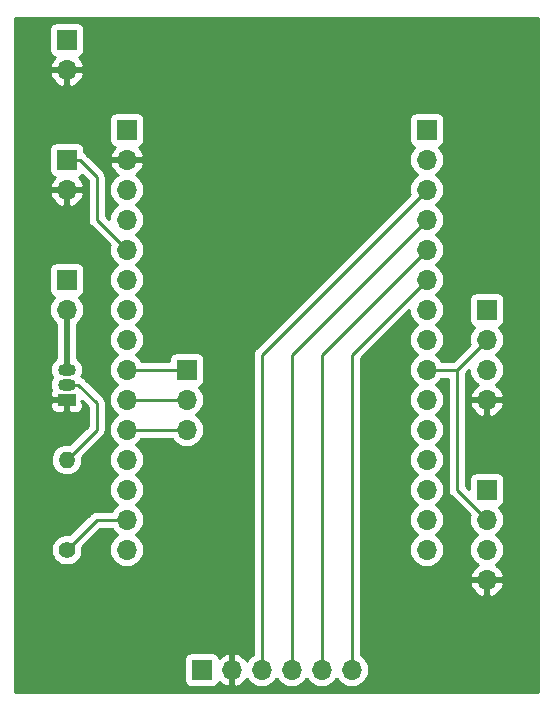
<source format=gbr>
G04 #@! TF.GenerationSoftware,KiCad,Pcbnew,(5.1.2-1)-1*
G04 #@! TF.CreationDate,2021-04-09T14:29:59+02:00*
G04 #@! TF.ProjectId,Faraway_PCB,46617261-7761-4795-9f50-43422e6b6963,rev?*
G04 #@! TF.SameCoordinates,Original*
G04 #@! TF.FileFunction,Copper,L1,Top*
G04 #@! TF.FilePolarity,Positive*
%FSLAX46Y46*%
G04 Gerber Fmt 4.6, Leading zero omitted, Abs format (unit mm)*
G04 Created by KiCad (PCBNEW (5.1.2-1)-1) date 2021-04-09 14:29:59*
%MOMM*%
%LPD*%
G04 APERTURE LIST*
%ADD10R,1.700000X1.700000*%
%ADD11O,1.700000X1.700000*%
%ADD12C,1.400000*%
%ADD13O,1.400000X1.400000*%
%ADD14O,1.500000X1.050000*%
%ADD15R,1.500000X1.050000*%
%ADD16C,0.500000*%
%ADD17C,0.250000*%
%ADD18C,0.254000*%
G04 APERTURE END LIST*
D10*
X104140000Y-48260000D03*
D11*
X104140000Y-50800000D03*
D10*
X104140000Y-68580000D03*
D11*
X104140000Y-71120000D03*
D10*
X109220000Y-55880000D03*
D11*
X109220000Y-58420000D03*
X109220000Y-60960000D03*
X109220000Y-63500000D03*
X109220000Y-66040000D03*
X109220000Y-68580000D03*
X109220000Y-71120000D03*
X109220000Y-73660000D03*
X109220000Y-76200000D03*
X109220000Y-78740000D03*
X109220000Y-81280000D03*
X109220000Y-83820000D03*
X109220000Y-86360000D03*
X109220000Y-88900000D03*
X109220000Y-91440000D03*
X134620000Y-91440000D03*
X134620000Y-88900000D03*
X134620000Y-86360000D03*
X134620000Y-83820000D03*
X134620000Y-81280000D03*
X134620000Y-78740000D03*
X134620000Y-76200000D03*
X134620000Y-73660000D03*
X134620000Y-71120000D03*
X134620000Y-68580000D03*
X134620000Y-66040000D03*
X134620000Y-63500000D03*
X134620000Y-60960000D03*
X134620000Y-58420000D03*
D10*
X134620000Y-55880000D03*
D12*
X104140000Y-91440000D03*
D13*
X104140000Y-83820000D03*
D10*
X115570000Y-101600000D03*
D11*
X118110000Y-101600000D03*
X120650000Y-101600000D03*
X123190000Y-101600000D03*
X125730000Y-101600000D03*
X128270000Y-101600000D03*
X104140000Y-60960000D03*
D10*
X104140000Y-58420000D03*
X114300000Y-76200000D03*
D11*
X114300000Y-78740000D03*
X114300000Y-81280000D03*
D10*
X139700000Y-71120000D03*
D11*
X139700000Y-73660000D03*
X139700000Y-76200000D03*
X139700000Y-78740000D03*
X139700000Y-93980000D03*
X139700000Y-91440000D03*
X139700000Y-88900000D03*
D10*
X139700000Y-86360000D03*
D14*
X104140000Y-77470000D03*
X104140000Y-76200000D03*
D15*
X104140000Y-78740000D03*
D16*
X104140000Y-76200000D02*
X104140000Y-71120000D01*
D17*
X109220000Y-66040000D02*
X106680000Y-63500000D01*
X105240000Y-58420000D02*
X104140000Y-58420000D01*
X106680000Y-59860000D02*
X105240000Y-58420000D01*
X106680000Y-63500000D02*
X106680000Y-59860000D01*
X109220000Y-76200000D02*
X114300000Y-76200000D01*
X109220000Y-78740000D02*
X114300000Y-78740000D01*
X109220000Y-81280000D02*
X114300000Y-81280000D01*
X106680000Y-88900000D02*
X104140000Y-91440000D01*
X109220000Y-88900000D02*
X106680000Y-88900000D01*
X128270000Y-74930000D02*
X134620000Y-68580000D01*
X128270000Y-101600000D02*
X128270000Y-74930000D01*
X125730000Y-74930000D02*
X134620000Y-66040000D01*
X125730000Y-101600000D02*
X125730000Y-74930000D01*
X123190000Y-74930000D02*
X134620000Y-63500000D01*
X123190000Y-101600000D02*
X123190000Y-74930000D01*
X120650000Y-74930000D02*
X134620000Y-60960000D01*
X120650000Y-101600000D02*
X120650000Y-74930000D01*
X104140000Y-83820000D02*
X106680000Y-81280000D01*
X105140000Y-77470000D02*
X104140000Y-77470000D01*
X106680000Y-79010000D02*
X105140000Y-77470000D01*
X106680000Y-81280000D02*
X106680000Y-79010000D01*
X138850001Y-74509999D02*
X139700000Y-73660000D01*
X137160000Y-76200000D02*
X138850001Y-74509999D01*
X134620000Y-76200000D02*
X137160000Y-76200000D01*
X137160000Y-76200000D02*
X137160000Y-86360000D01*
X137160000Y-86360000D02*
X139700000Y-88900000D01*
D18*
G36*
X144095001Y-103455000D02*
G01*
X99745000Y-103455000D01*
X99745000Y-100750000D01*
X114081928Y-100750000D01*
X114081928Y-102450000D01*
X114094188Y-102574482D01*
X114130498Y-102694180D01*
X114189463Y-102804494D01*
X114268815Y-102901185D01*
X114365506Y-102980537D01*
X114475820Y-103039502D01*
X114595518Y-103075812D01*
X114720000Y-103088072D01*
X116420000Y-103088072D01*
X116544482Y-103075812D01*
X116664180Y-103039502D01*
X116774494Y-102980537D01*
X116871185Y-102901185D01*
X116950537Y-102804494D01*
X117009502Y-102694180D01*
X117033966Y-102613534D01*
X117109731Y-102697588D01*
X117343080Y-102871641D01*
X117605901Y-102996825D01*
X117753110Y-103041476D01*
X117983000Y-102920155D01*
X117983000Y-101727000D01*
X117963000Y-101727000D01*
X117963000Y-101473000D01*
X117983000Y-101473000D01*
X117983000Y-100279845D01*
X118237000Y-100279845D01*
X118237000Y-101473000D01*
X118257000Y-101473000D01*
X118257000Y-101727000D01*
X118237000Y-101727000D01*
X118237000Y-102920155D01*
X118466890Y-103041476D01*
X118614099Y-102996825D01*
X118876920Y-102871641D01*
X119110269Y-102697588D01*
X119305178Y-102481355D01*
X119374799Y-102364477D01*
X119409294Y-102429014D01*
X119594866Y-102655134D01*
X119820986Y-102840706D01*
X120078966Y-102978599D01*
X120358889Y-103063513D01*
X120577050Y-103085000D01*
X120722950Y-103085000D01*
X120941111Y-103063513D01*
X121221034Y-102978599D01*
X121479014Y-102840706D01*
X121705134Y-102655134D01*
X121890706Y-102429014D01*
X121920000Y-102374209D01*
X121949294Y-102429014D01*
X122134866Y-102655134D01*
X122360986Y-102840706D01*
X122618966Y-102978599D01*
X122898889Y-103063513D01*
X123117050Y-103085000D01*
X123262950Y-103085000D01*
X123481111Y-103063513D01*
X123761034Y-102978599D01*
X124019014Y-102840706D01*
X124245134Y-102655134D01*
X124430706Y-102429014D01*
X124460000Y-102374209D01*
X124489294Y-102429014D01*
X124674866Y-102655134D01*
X124900986Y-102840706D01*
X125158966Y-102978599D01*
X125438889Y-103063513D01*
X125657050Y-103085000D01*
X125802950Y-103085000D01*
X126021111Y-103063513D01*
X126301034Y-102978599D01*
X126559014Y-102840706D01*
X126785134Y-102655134D01*
X126970706Y-102429014D01*
X127000000Y-102374209D01*
X127029294Y-102429014D01*
X127214866Y-102655134D01*
X127440986Y-102840706D01*
X127698966Y-102978599D01*
X127978889Y-103063513D01*
X128197050Y-103085000D01*
X128342950Y-103085000D01*
X128561111Y-103063513D01*
X128841034Y-102978599D01*
X129099014Y-102840706D01*
X129325134Y-102655134D01*
X129510706Y-102429014D01*
X129648599Y-102171034D01*
X129733513Y-101891111D01*
X129762185Y-101600000D01*
X129733513Y-101308889D01*
X129648599Y-101028966D01*
X129510706Y-100770986D01*
X129325134Y-100544866D01*
X129099014Y-100359294D01*
X129030000Y-100322405D01*
X129030000Y-94336890D01*
X138258524Y-94336890D01*
X138303175Y-94484099D01*
X138428359Y-94746920D01*
X138602412Y-94980269D01*
X138818645Y-95175178D01*
X139068748Y-95324157D01*
X139343109Y-95421481D01*
X139573000Y-95300814D01*
X139573000Y-94107000D01*
X139827000Y-94107000D01*
X139827000Y-95300814D01*
X140056891Y-95421481D01*
X140331252Y-95324157D01*
X140581355Y-95175178D01*
X140797588Y-94980269D01*
X140971641Y-94746920D01*
X141096825Y-94484099D01*
X141141476Y-94336890D01*
X141020155Y-94107000D01*
X139827000Y-94107000D01*
X139573000Y-94107000D01*
X138379845Y-94107000D01*
X138258524Y-94336890D01*
X129030000Y-94336890D01*
X129030000Y-75244801D01*
X133130235Y-71144567D01*
X133156487Y-71411111D01*
X133241401Y-71691034D01*
X133379294Y-71949014D01*
X133564866Y-72175134D01*
X133790986Y-72360706D01*
X133845791Y-72390000D01*
X133790986Y-72419294D01*
X133564866Y-72604866D01*
X133379294Y-72830986D01*
X133241401Y-73088966D01*
X133156487Y-73368889D01*
X133127815Y-73660000D01*
X133156487Y-73951111D01*
X133241401Y-74231034D01*
X133379294Y-74489014D01*
X133564866Y-74715134D01*
X133790986Y-74900706D01*
X133845791Y-74930000D01*
X133790986Y-74959294D01*
X133564866Y-75144866D01*
X133379294Y-75370986D01*
X133241401Y-75628966D01*
X133156487Y-75908889D01*
X133127815Y-76200000D01*
X133156487Y-76491111D01*
X133241401Y-76771034D01*
X133379294Y-77029014D01*
X133564866Y-77255134D01*
X133790986Y-77440706D01*
X133845791Y-77470000D01*
X133790986Y-77499294D01*
X133564866Y-77684866D01*
X133379294Y-77910986D01*
X133241401Y-78168966D01*
X133156487Y-78448889D01*
X133127815Y-78740000D01*
X133156487Y-79031111D01*
X133241401Y-79311034D01*
X133379294Y-79569014D01*
X133564866Y-79795134D01*
X133790986Y-79980706D01*
X133845791Y-80010000D01*
X133790986Y-80039294D01*
X133564866Y-80224866D01*
X133379294Y-80450986D01*
X133241401Y-80708966D01*
X133156487Y-80988889D01*
X133127815Y-81280000D01*
X133156487Y-81571111D01*
X133241401Y-81851034D01*
X133379294Y-82109014D01*
X133564866Y-82335134D01*
X133790986Y-82520706D01*
X133845791Y-82550000D01*
X133790986Y-82579294D01*
X133564866Y-82764866D01*
X133379294Y-82990986D01*
X133241401Y-83248966D01*
X133156487Y-83528889D01*
X133127815Y-83820000D01*
X133156487Y-84111111D01*
X133241401Y-84391034D01*
X133379294Y-84649014D01*
X133564866Y-84875134D01*
X133790986Y-85060706D01*
X133845791Y-85090000D01*
X133790986Y-85119294D01*
X133564866Y-85304866D01*
X133379294Y-85530986D01*
X133241401Y-85788966D01*
X133156487Y-86068889D01*
X133127815Y-86360000D01*
X133156487Y-86651111D01*
X133241401Y-86931034D01*
X133379294Y-87189014D01*
X133564866Y-87415134D01*
X133790986Y-87600706D01*
X133845791Y-87630000D01*
X133790986Y-87659294D01*
X133564866Y-87844866D01*
X133379294Y-88070986D01*
X133241401Y-88328966D01*
X133156487Y-88608889D01*
X133127815Y-88900000D01*
X133156487Y-89191111D01*
X133241401Y-89471034D01*
X133379294Y-89729014D01*
X133564866Y-89955134D01*
X133790986Y-90140706D01*
X133845791Y-90170000D01*
X133790986Y-90199294D01*
X133564866Y-90384866D01*
X133379294Y-90610986D01*
X133241401Y-90868966D01*
X133156487Y-91148889D01*
X133127815Y-91440000D01*
X133156487Y-91731111D01*
X133241401Y-92011034D01*
X133379294Y-92269014D01*
X133564866Y-92495134D01*
X133790986Y-92680706D01*
X134048966Y-92818599D01*
X134328889Y-92903513D01*
X134547050Y-92925000D01*
X134692950Y-92925000D01*
X134911111Y-92903513D01*
X135191034Y-92818599D01*
X135449014Y-92680706D01*
X135675134Y-92495134D01*
X135860706Y-92269014D01*
X135998599Y-92011034D01*
X136083513Y-91731111D01*
X136112185Y-91440000D01*
X136083513Y-91148889D01*
X135998599Y-90868966D01*
X135860706Y-90610986D01*
X135675134Y-90384866D01*
X135449014Y-90199294D01*
X135394209Y-90170000D01*
X135449014Y-90140706D01*
X135675134Y-89955134D01*
X135860706Y-89729014D01*
X135998599Y-89471034D01*
X136083513Y-89191111D01*
X136112185Y-88900000D01*
X136083513Y-88608889D01*
X135998599Y-88328966D01*
X135860706Y-88070986D01*
X135675134Y-87844866D01*
X135449014Y-87659294D01*
X135394209Y-87630000D01*
X135449014Y-87600706D01*
X135675134Y-87415134D01*
X135860706Y-87189014D01*
X135998599Y-86931034D01*
X136083513Y-86651111D01*
X136112185Y-86360000D01*
X136083513Y-86068889D01*
X135998599Y-85788966D01*
X135860706Y-85530986D01*
X135675134Y-85304866D01*
X135449014Y-85119294D01*
X135394209Y-85090000D01*
X135449014Y-85060706D01*
X135675134Y-84875134D01*
X135860706Y-84649014D01*
X135998599Y-84391034D01*
X136083513Y-84111111D01*
X136112185Y-83820000D01*
X136083513Y-83528889D01*
X135998599Y-83248966D01*
X135860706Y-82990986D01*
X135675134Y-82764866D01*
X135449014Y-82579294D01*
X135394209Y-82550000D01*
X135449014Y-82520706D01*
X135675134Y-82335134D01*
X135860706Y-82109014D01*
X135998599Y-81851034D01*
X136083513Y-81571111D01*
X136112185Y-81280000D01*
X136083513Y-80988889D01*
X135998599Y-80708966D01*
X135860706Y-80450986D01*
X135675134Y-80224866D01*
X135449014Y-80039294D01*
X135394209Y-80010000D01*
X135449014Y-79980706D01*
X135675134Y-79795134D01*
X135860706Y-79569014D01*
X135998599Y-79311034D01*
X136083513Y-79031111D01*
X136112185Y-78740000D01*
X136083513Y-78448889D01*
X135998599Y-78168966D01*
X135860706Y-77910986D01*
X135675134Y-77684866D01*
X135449014Y-77499294D01*
X135394209Y-77470000D01*
X135449014Y-77440706D01*
X135675134Y-77255134D01*
X135860706Y-77029014D01*
X135897595Y-76960000D01*
X136400000Y-76960000D01*
X136400001Y-86322668D01*
X136396324Y-86360000D01*
X136410998Y-86508985D01*
X136454454Y-86652246D01*
X136525026Y-86784276D01*
X136596201Y-86871002D01*
X136620000Y-86900001D01*
X136648998Y-86923799D01*
X138259203Y-88534005D01*
X138236487Y-88608889D01*
X138207815Y-88900000D01*
X138236487Y-89191111D01*
X138321401Y-89471034D01*
X138459294Y-89729014D01*
X138644866Y-89955134D01*
X138870986Y-90140706D01*
X138925791Y-90170000D01*
X138870986Y-90199294D01*
X138644866Y-90384866D01*
X138459294Y-90610986D01*
X138321401Y-90868966D01*
X138236487Y-91148889D01*
X138207815Y-91440000D01*
X138236487Y-91731111D01*
X138321401Y-92011034D01*
X138459294Y-92269014D01*
X138644866Y-92495134D01*
X138870986Y-92680706D01*
X138935523Y-92715201D01*
X138818645Y-92784822D01*
X138602412Y-92979731D01*
X138428359Y-93213080D01*
X138303175Y-93475901D01*
X138258524Y-93623110D01*
X138379845Y-93853000D01*
X139573000Y-93853000D01*
X139573000Y-93833000D01*
X139827000Y-93833000D01*
X139827000Y-93853000D01*
X141020155Y-93853000D01*
X141141476Y-93623110D01*
X141096825Y-93475901D01*
X140971641Y-93213080D01*
X140797588Y-92979731D01*
X140581355Y-92784822D01*
X140464477Y-92715201D01*
X140529014Y-92680706D01*
X140755134Y-92495134D01*
X140940706Y-92269014D01*
X141078599Y-92011034D01*
X141163513Y-91731111D01*
X141192185Y-91440000D01*
X141163513Y-91148889D01*
X141078599Y-90868966D01*
X140940706Y-90610986D01*
X140755134Y-90384866D01*
X140529014Y-90199294D01*
X140474209Y-90170000D01*
X140529014Y-90140706D01*
X140755134Y-89955134D01*
X140940706Y-89729014D01*
X141078599Y-89471034D01*
X141163513Y-89191111D01*
X141192185Y-88900000D01*
X141163513Y-88608889D01*
X141078599Y-88328966D01*
X140940706Y-88070986D01*
X140755134Y-87844866D01*
X140725313Y-87820393D01*
X140794180Y-87799502D01*
X140904494Y-87740537D01*
X141001185Y-87661185D01*
X141080537Y-87564494D01*
X141139502Y-87454180D01*
X141175812Y-87334482D01*
X141188072Y-87210000D01*
X141188072Y-85510000D01*
X141175812Y-85385518D01*
X141139502Y-85265820D01*
X141080537Y-85155506D01*
X141001185Y-85058815D01*
X140904494Y-84979463D01*
X140794180Y-84920498D01*
X140674482Y-84884188D01*
X140550000Y-84871928D01*
X138850000Y-84871928D01*
X138725518Y-84884188D01*
X138605820Y-84920498D01*
X138495506Y-84979463D01*
X138398815Y-85058815D01*
X138319463Y-85155506D01*
X138260498Y-85265820D01*
X138224188Y-85385518D01*
X138211928Y-85510000D01*
X138211928Y-86337127D01*
X137920000Y-86045199D01*
X137920000Y-79096890D01*
X138258524Y-79096890D01*
X138303175Y-79244099D01*
X138428359Y-79506920D01*
X138602412Y-79740269D01*
X138818645Y-79935178D01*
X139068748Y-80084157D01*
X139343109Y-80181481D01*
X139573000Y-80060814D01*
X139573000Y-78867000D01*
X139827000Y-78867000D01*
X139827000Y-80060814D01*
X140056891Y-80181481D01*
X140331252Y-80084157D01*
X140581355Y-79935178D01*
X140797588Y-79740269D01*
X140971641Y-79506920D01*
X141096825Y-79244099D01*
X141141476Y-79096890D01*
X141020155Y-78867000D01*
X139827000Y-78867000D01*
X139573000Y-78867000D01*
X138379845Y-78867000D01*
X138258524Y-79096890D01*
X137920000Y-79096890D01*
X137920000Y-76514801D01*
X138210235Y-76224567D01*
X138236487Y-76491111D01*
X138321401Y-76771034D01*
X138459294Y-77029014D01*
X138644866Y-77255134D01*
X138870986Y-77440706D01*
X138935523Y-77475201D01*
X138818645Y-77544822D01*
X138602412Y-77739731D01*
X138428359Y-77973080D01*
X138303175Y-78235901D01*
X138258524Y-78383110D01*
X138379845Y-78613000D01*
X139573000Y-78613000D01*
X139573000Y-78593000D01*
X139827000Y-78593000D01*
X139827000Y-78613000D01*
X141020155Y-78613000D01*
X141141476Y-78383110D01*
X141096825Y-78235901D01*
X140971641Y-77973080D01*
X140797588Y-77739731D01*
X140581355Y-77544822D01*
X140464477Y-77475201D01*
X140529014Y-77440706D01*
X140755134Y-77255134D01*
X140940706Y-77029014D01*
X141078599Y-76771034D01*
X141163513Y-76491111D01*
X141192185Y-76200000D01*
X141163513Y-75908889D01*
X141078599Y-75628966D01*
X140940706Y-75370986D01*
X140755134Y-75144866D01*
X140529014Y-74959294D01*
X140474209Y-74930000D01*
X140529014Y-74900706D01*
X140755134Y-74715134D01*
X140940706Y-74489014D01*
X141078599Y-74231034D01*
X141163513Y-73951111D01*
X141192185Y-73660000D01*
X141163513Y-73368889D01*
X141078599Y-73088966D01*
X140940706Y-72830986D01*
X140755134Y-72604866D01*
X140725313Y-72580393D01*
X140794180Y-72559502D01*
X140904494Y-72500537D01*
X141001185Y-72421185D01*
X141080537Y-72324494D01*
X141139502Y-72214180D01*
X141175812Y-72094482D01*
X141188072Y-71970000D01*
X141188072Y-70270000D01*
X141175812Y-70145518D01*
X141139502Y-70025820D01*
X141080537Y-69915506D01*
X141001185Y-69818815D01*
X140904494Y-69739463D01*
X140794180Y-69680498D01*
X140674482Y-69644188D01*
X140550000Y-69631928D01*
X138850000Y-69631928D01*
X138725518Y-69644188D01*
X138605820Y-69680498D01*
X138495506Y-69739463D01*
X138398815Y-69818815D01*
X138319463Y-69915506D01*
X138260498Y-70025820D01*
X138224188Y-70145518D01*
X138211928Y-70270000D01*
X138211928Y-71970000D01*
X138224188Y-72094482D01*
X138260498Y-72214180D01*
X138319463Y-72324494D01*
X138398815Y-72421185D01*
X138495506Y-72500537D01*
X138605820Y-72559502D01*
X138674687Y-72580393D01*
X138644866Y-72604866D01*
X138459294Y-72830986D01*
X138321401Y-73088966D01*
X138236487Y-73368889D01*
X138207815Y-73660000D01*
X138236487Y-73951111D01*
X138259203Y-74025995D01*
X136845199Y-75440000D01*
X135897595Y-75440000D01*
X135860706Y-75370986D01*
X135675134Y-75144866D01*
X135449014Y-74959294D01*
X135394209Y-74930000D01*
X135449014Y-74900706D01*
X135675134Y-74715134D01*
X135860706Y-74489014D01*
X135998599Y-74231034D01*
X136083513Y-73951111D01*
X136112185Y-73660000D01*
X136083513Y-73368889D01*
X135998599Y-73088966D01*
X135860706Y-72830986D01*
X135675134Y-72604866D01*
X135449014Y-72419294D01*
X135394209Y-72390000D01*
X135449014Y-72360706D01*
X135675134Y-72175134D01*
X135860706Y-71949014D01*
X135998599Y-71691034D01*
X136083513Y-71411111D01*
X136112185Y-71120000D01*
X136083513Y-70828889D01*
X135998599Y-70548966D01*
X135860706Y-70290986D01*
X135675134Y-70064866D01*
X135449014Y-69879294D01*
X135394209Y-69850000D01*
X135449014Y-69820706D01*
X135675134Y-69635134D01*
X135860706Y-69409014D01*
X135998599Y-69151034D01*
X136083513Y-68871111D01*
X136112185Y-68580000D01*
X136083513Y-68288889D01*
X135998599Y-68008966D01*
X135860706Y-67750986D01*
X135675134Y-67524866D01*
X135449014Y-67339294D01*
X135394209Y-67310000D01*
X135449014Y-67280706D01*
X135675134Y-67095134D01*
X135860706Y-66869014D01*
X135998599Y-66611034D01*
X136083513Y-66331111D01*
X136112185Y-66040000D01*
X136083513Y-65748889D01*
X135998599Y-65468966D01*
X135860706Y-65210986D01*
X135675134Y-64984866D01*
X135449014Y-64799294D01*
X135394209Y-64770000D01*
X135449014Y-64740706D01*
X135675134Y-64555134D01*
X135860706Y-64329014D01*
X135998599Y-64071034D01*
X136083513Y-63791111D01*
X136112185Y-63500000D01*
X136083513Y-63208889D01*
X135998599Y-62928966D01*
X135860706Y-62670986D01*
X135675134Y-62444866D01*
X135449014Y-62259294D01*
X135394209Y-62230000D01*
X135449014Y-62200706D01*
X135675134Y-62015134D01*
X135860706Y-61789014D01*
X135998599Y-61531034D01*
X136083513Y-61251111D01*
X136112185Y-60960000D01*
X136083513Y-60668889D01*
X135998599Y-60388966D01*
X135860706Y-60130986D01*
X135675134Y-59904866D01*
X135449014Y-59719294D01*
X135394209Y-59690000D01*
X135449014Y-59660706D01*
X135675134Y-59475134D01*
X135860706Y-59249014D01*
X135998599Y-58991034D01*
X136083513Y-58711111D01*
X136112185Y-58420000D01*
X136083513Y-58128889D01*
X135998599Y-57848966D01*
X135860706Y-57590986D01*
X135675134Y-57364866D01*
X135645313Y-57340393D01*
X135714180Y-57319502D01*
X135824494Y-57260537D01*
X135921185Y-57181185D01*
X136000537Y-57084494D01*
X136059502Y-56974180D01*
X136095812Y-56854482D01*
X136108072Y-56730000D01*
X136108072Y-55030000D01*
X136095812Y-54905518D01*
X136059502Y-54785820D01*
X136000537Y-54675506D01*
X135921185Y-54578815D01*
X135824494Y-54499463D01*
X135714180Y-54440498D01*
X135594482Y-54404188D01*
X135470000Y-54391928D01*
X133770000Y-54391928D01*
X133645518Y-54404188D01*
X133525820Y-54440498D01*
X133415506Y-54499463D01*
X133318815Y-54578815D01*
X133239463Y-54675506D01*
X133180498Y-54785820D01*
X133144188Y-54905518D01*
X133131928Y-55030000D01*
X133131928Y-56730000D01*
X133144188Y-56854482D01*
X133180498Y-56974180D01*
X133239463Y-57084494D01*
X133318815Y-57181185D01*
X133415506Y-57260537D01*
X133525820Y-57319502D01*
X133594687Y-57340393D01*
X133564866Y-57364866D01*
X133379294Y-57590986D01*
X133241401Y-57848966D01*
X133156487Y-58128889D01*
X133127815Y-58420000D01*
X133156487Y-58711111D01*
X133241401Y-58991034D01*
X133379294Y-59249014D01*
X133564866Y-59475134D01*
X133790986Y-59660706D01*
X133845791Y-59690000D01*
X133790986Y-59719294D01*
X133564866Y-59904866D01*
X133379294Y-60130986D01*
X133241401Y-60388966D01*
X133156487Y-60668889D01*
X133127815Y-60960000D01*
X133156487Y-61251111D01*
X133179203Y-61325994D01*
X120138998Y-74366201D01*
X120110000Y-74389999D01*
X120086202Y-74418997D01*
X120086201Y-74418998D01*
X120015026Y-74505724D01*
X119944454Y-74637754D01*
X119921023Y-74715000D01*
X119907222Y-74760498D01*
X119900998Y-74781015D01*
X119886324Y-74930000D01*
X119890001Y-74967333D01*
X119890000Y-100322405D01*
X119820986Y-100359294D01*
X119594866Y-100544866D01*
X119409294Y-100770986D01*
X119374799Y-100835523D01*
X119305178Y-100718645D01*
X119110269Y-100502412D01*
X118876920Y-100328359D01*
X118614099Y-100203175D01*
X118466890Y-100158524D01*
X118237000Y-100279845D01*
X117983000Y-100279845D01*
X117753110Y-100158524D01*
X117605901Y-100203175D01*
X117343080Y-100328359D01*
X117109731Y-100502412D01*
X117033966Y-100586466D01*
X117009502Y-100505820D01*
X116950537Y-100395506D01*
X116871185Y-100298815D01*
X116774494Y-100219463D01*
X116664180Y-100160498D01*
X116544482Y-100124188D01*
X116420000Y-100111928D01*
X114720000Y-100111928D01*
X114595518Y-100124188D01*
X114475820Y-100160498D01*
X114365506Y-100219463D01*
X114268815Y-100298815D01*
X114189463Y-100395506D01*
X114130498Y-100505820D01*
X114094188Y-100625518D01*
X114081928Y-100750000D01*
X99745000Y-100750000D01*
X99745000Y-79265000D01*
X102751928Y-79265000D01*
X102764188Y-79389482D01*
X102800498Y-79509180D01*
X102859463Y-79619494D01*
X102938815Y-79716185D01*
X103035506Y-79795537D01*
X103145820Y-79854502D01*
X103265518Y-79890812D01*
X103390000Y-79903072D01*
X103854250Y-79900000D01*
X104013000Y-79741250D01*
X104013000Y-78867000D01*
X102913750Y-78867000D01*
X102755000Y-79025750D01*
X102751928Y-79265000D01*
X99745000Y-79265000D01*
X99745000Y-71120000D01*
X102647815Y-71120000D01*
X102676487Y-71411111D01*
X102761401Y-71691034D01*
X102899294Y-71949014D01*
X103084866Y-72175134D01*
X103255001Y-72314760D01*
X103255000Y-75241022D01*
X103090788Y-75375788D01*
X102945829Y-75552421D01*
X102838115Y-75753940D01*
X102771785Y-75972600D01*
X102749388Y-76200000D01*
X102771785Y-76427400D01*
X102838115Y-76646060D01*
X102939105Y-76835000D01*
X102838115Y-77023940D01*
X102771785Y-77242600D01*
X102749388Y-77470000D01*
X102771785Y-77697400D01*
X102835093Y-77906098D01*
X102800498Y-77970820D01*
X102764188Y-78090518D01*
X102751928Y-78215000D01*
X102755000Y-78454250D01*
X102913750Y-78613000D01*
X103686891Y-78613000D01*
X103687600Y-78613215D01*
X103858021Y-78630000D01*
X104287000Y-78630000D01*
X104287000Y-78867000D01*
X104267000Y-78867000D01*
X104267000Y-79741250D01*
X104425750Y-79900000D01*
X104890000Y-79903072D01*
X105014482Y-79890812D01*
X105134180Y-79854502D01*
X105244494Y-79795537D01*
X105341185Y-79716185D01*
X105420537Y-79619494D01*
X105479502Y-79509180D01*
X105515812Y-79389482D01*
X105528072Y-79265000D01*
X105525000Y-79025750D01*
X105366252Y-78867002D01*
X105462201Y-78867002D01*
X105920001Y-79324803D01*
X105920000Y-80965197D01*
X104382749Y-82502450D01*
X104205579Y-82485000D01*
X104074421Y-82485000D01*
X103878294Y-82504317D01*
X103626646Y-82580653D01*
X103394725Y-82704618D01*
X103191445Y-82871445D01*
X103024618Y-83074725D01*
X102900653Y-83306646D01*
X102824317Y-83558294D01*
X102798541Y-83820000D01*
X102824317Y-84081706D01*
X102900653Y-84333354D01*
X103024618Y-84565275D01*
X103191445Y-84768555D01*
X103394725Y-84935382D01*
X103626646Y-85059347D01*
X103878294Y-85135683D01*
X104074421Y-85155000D01*
X104205579Y-85155000D01*
X104401706Y-85135683D01*
X104653354Y-85059347D01*
X104885275Y-84935382D01*
X105088555Y-84768555D01*
X105255382Y-84565275D01*
X105379347Y-84333354D01*
X105455683Y-84081706D01*
X105481459Y-83820000D01*
X105457550Y-83577251D01*
X107191009Y-81843794D01*
X107220001Y-81820001D01*
X107243795Y-81791008D01*
X107243799Y-81791004D01*
X107314973Y-81704277D01*
X107314974Y-81704276D01*
X107385546Y-81572247D01*
X107429003Y-81428986D01*
X107440000Y-81317333D01*
X107440000Y-81317324D01*
X107443676Y-81280001D01*
X107440000Y-81242678D01*
X107440000Y-79047323D01*
X107443676Y-79010000D01*
X107440000Y-78972677D01*
X107440000Y-78972667D01*
X107429003Y-78861014D01*
X107385546Y-78717753D01*
X107314974Y-78585723D01*
X107243799Y-78498997D01*
X107220001Y-78469999D01*
X107191003Y-78446201D01*
X105703804Y-76959003D01*
X105680001Y-76929999D01*
X105564276Y-76835026D01*
X105432247Y-76764454D01*
X105386087Y-76750452D01*
X105441885Y-76646060D01*
X105508215Y-76427400D01*
X105530612Y-76200000D01*
X105508215Y-75972600D01*
X105441885Y-75753940D01*
X105334171Y-75552421D01*
X105189212Y-75375788D01*
X105025000Y-75241023D01*
X105025000Y-72314759D01*
X105195134Y-72175134D01*
X105380706Y-71949014D01*
X105518599Y-71691034D01*
X105603513Y-71411111D01*
X105632185Y-71120000D01*
X105603513Y-70828889D01*
X105518599Y-70548966D01*
X105380706Y-70290986D01*
X105195134Y-70064866D01*
X105165313Y-70040393D01*
X105234180Y-70019502D01*
X105344494Y-69960537D01*
X105441185Y-69881185D01*
X105520537Y-69784494D01*
X105579502Y-69674180D01*
X105615812Y-69554482D01*
X105628072Y-69430000D01*
X105628072Y-67730000D01*
X105615812Y-67605518D01*
X105579502Y-67485820D01*
X105520537Y-67375506D01*
X105441185Y-67278815D01*
X105344494Y-67199463D01*
X105234180Y-67140498D01*
X105114482Y-67104188D01*
X104990000Y-67091928D01*
X103290000Y-67091928D01*
X103165518Y-67104188D01*
X103045820Y-67140498D01*
X102935506Y-67199463D01*
X102838815Y-67278815D01*
X102759463Y-67375506D01*
X102700498Y-67485820D01*
X102664188Y-67605518D01*
X102651928Y-67730000D01*
X102651928Y-69430000D01*
X102664188Y-69554482D01*
X102700498Y-69674180D01*
X102759463Y-69784494D01*
X102838815Y-69881185D01*
X102935506Y-69960537D01*
X103045820Y-70019502D01*
X103114687Y-70040393D01*
X103084866Y-70064866D01*
X102899294Y-70290986D01*
X102761401Y-70548966D01*
X102676487Y-70828889D01*
X102647815Y-71120000D01*
X99745000Y-71120000D01*
X99745000Y-61316890D01*
X102698524Y-61316890D01*
X102743175Y-61464099D01*
X102868359Y-61726920D01*
X103042412Y-61960269D01*
X103258645Y-62155178D01*
X103508748Y-62304157D01*
X103783109Y-62401481D01*
X104013000Y-62280814D01*
X104013000Y-61087000D01*
X104267000Y-61087000D01*
X104267000Y-62280814D01*
X104496891Y-62401481D01*
X104771252Y-62304157D01*
X105021355Y-62155178D01*
X105237588Y-61960269D01*
X105411641Y-61726920D01*
X105536825Y-61464099D01*
X105581476Y-61316890D01*
X105460155Y-61087000D01*
X104267000Y-61087000D01*
X104013000Y-61087000D01*
X102819845Y-61087000D01*
X102698524Y-61316890D01*
X99745000Y-61316890D01*
X99745000Y-57570000D01*
X102651928Y-57570000D01*
X102651928Y-59270000D01*
X102664188Y-59394482D01*
X102700498Y-59514180D01*
X102759463Y-59624494D01*
X102838815Y-59721185D01*
X102935506Y-59800537D01*
X103045820Y-59859502D01*
X103126466Y-59883966D01*
X103042412Y-59959731D01*
X102868359Y-60193080D01*
X102743175Y-60455901D01*
X102698524Y-60603110D01*
X102819845Y-60833000D01*
X104013000Y-60833000D01*
X104013000Y-60813000D01*
X104267000Y-60813000D01*
X104267000Y-60833000D01*
X105460155Y-60833000D01*
X105581476Y-60603110D01*
X105536825Y-60455901D01*
X105411641Y-60193080D01*
X105237588Y-59959731D01*
X105153534Y-59883966D01*
X105234180Y-59859502D01*
X105344494Y-59800537D01*
X105441185Y-59721185D01*
X105452543Y-59707345D01*
X105920001Y-60174803D01*
X105920000Y-63462677D01*
X105916324Y-63500000D01*
X105920000Y-63537322D01*
X105920000Y-63537332D01*
X105930997Y-63648985D01*
X105974110Y-63791111D01*
X105974454Y-63792246D01*
X106045026Y-63924276D01*
X106084871Y-63972826D01*
X106139999Y-64040001D01*
X106169003Y-64063804D01*
X107779203Y-65674005D01*
X107756487Y-65748889D01*
X107727815Y-66040000D01*
X107756487Y-66331111D01*
X107841401Y-66611034D01*
X107979294Y-66869014D01*
X108164866Y-67095134D01*
X108390986Y-67280706D01*
X108445791Y-67310000D01*
X108390986Y-67339294D01*
X108164866Y-67524866D01*
X107979294Y-67750986D01*
X107841401Y-68008966D01*
X107756487Y-68288889D01*
X107727815Y-68580000D01*
X107756487Y-68871111D01*
X107841401Y-69151034D01*
X107979294Y-69409014D01*
X108164866Y-69635134D01*
X108390986Y-69820706D01*
X108445791Y-69850000D01*
X108390986Y-69879294D01*
X108164866Y-70064866D01*
X107979294Y-70290986D01*
X107841401Y-70548966D01*
X107756487Y-70828889D01*
X107727815Y-71120000D01*
X107756487Y-71411111D01*
X107841401Y-71691034D01*
X107979294Y-71949014D01*
X108164866Y-72175134D01*
X108390986Y-72360706D01*
X108445791Y-72390000D01*
X108390986Y-72419294D01*
X108164866Y-72604866D01*
X107979294Y-72830986D01*
X107841401Y-73088966D01*
X107756487Y-73368889D01*
X107727815Y-73660000D01*
X107756487Y-73951111D01*
X107841401Y-74231034D01*
X107979294Y-74489014D01*
X108164866Y-74715134D01*
X108390986Y-74900706D01*
X108445791Y-74930000D01*
X108390986Y-74959294D01*
X108164866Y-75144866D01*
X107979294Y-75370986D01*
X107841401Y-75628966D01*
X107756487Y-75908889D01*
X107727815Y-76200000D01*
X107756487Y-76491111D01*
X107841401Y-76771034D01*
X107979294Y-77029014D01*
X108164866Y-77255134D01*
X108390986Y-77440706D01*
X108445791Y-77470000D01*
X108390986Y-77499294D01*
X108164866Y-77684866D01*
X107979294Y-77910986D01*
X107841401Y-78168966D01*
X107756487Y-78448889D01*
X107727815Y-78740000D01*
X107756487Y-79031111D01*
X107841401Y-79311034D01*
X107979294Y-79569014D01*
X108164866Y-79795134D01*
X108390986Y-79980706D01*
X108445791Y-80010000D01*
X108390986Y-80039294D01*
X108164866Y-80224866D01*
X107979294Y-80450986D01*
X107841401Y-80708966D01*
X107756487Y-80988889D01*
X107727815Y-81280000D01*
X107756487Y-81571111D01*
X107841401Y-81851034D01*
X107979294Y-82109014D01*
X108164866Y-82335134D01*
X108390986Y-82520706D01*
X108445791Y-82550000D01*
X108390986Y-82579294D01*
X108164866Y-82764866D01*
X107979294Y-82990986D01*
X107841401Y-83248966D01*
X107756487Y-83528889D01*
X107727815Y-83820000D01*
X107756487Y-84111111D01*
X107841401Y-84391034D01*
X107979294Y-84649014D01*
X108164866Y-84875134D01*
X108390986Y-85060706D01*
X108445791Y-85090000D01*
X108390986Y-85119294D01*
X108164866Y-85304866D01*
X107979294Y-85530986D01*
X107841401Y-85788966D01*
X107756487Y-86068889D01*
X107727815Y-86360000D01*
X107756487Y-86651111D01*
X107841401Y-86931034D01*
X107979294Y-87189014D01*
X108164866Y-87415134D01*
X108390986Y-87600706D01*
X108445791Y-87630000D01*
X108390986Y-87659294D01*
X108164866Y-87844866D01*
X107979294Y-88070986D01*
X107942405Y-88140000D01*
X106717322Y-88140000D01*
X106679999Y-88136324D01*
X106642676Y-88140000D01*
X106642667Y-88140000D01*
X106531014Y-88150997D01*
X106387753Y-88194454D01*
X106255724Y-88265026D01*
X106255722Y-88265027D01*
X106255723Y-88265027D01*
X106168996Y-88336201D01*
X106168992Y-88336205D01*
X106139999Y-88359999D01*
X106116205Y-88388992D01*
X104378843Y-90126355D01*
X104271486Y-90105000D01*
X104008514Y-90105000D01*
X103750595Y-90156304D01*
X103507641Y-90256939D01*
X103288987Y-90403038D01*
X103103038Y-90588987D01*
X102956939Y-90807641D01*
X102856304Y-91050595D01*
X102805000Y-91308514D01*
X102805000Y-91571486D01*
X102856304Y-91829405D01*
X102956939Y-92072359D01*
X103103038Y-92291013D01*
X103288987Y-92476962D01*
X103507641Y-92623061D01*
X103750595Y-92723696D01*
X104008514Y-92775000D01*
X104271486Y-92775000D01*
X104529405Y-92723696D01*
X104772359Y-92623061D01*
X104991013Y-92476962D01*
X105176962Y-92291013D01*
X105323061Y-92072359D01*
X105423696Y-91829405D01*
X105475000Y-91571486D01*
X105475000Y-91308514D01*
X105453645Y-91201157D01*
X106994803Y-89660000D01*
X107942405Y-89660000D01*
X107979294Y-89729014D01*
X108164866Y-89955134D01*
X108390986Y-90140706D01*
X108445791Y-90170000D01*
X108390986Y-90199294D01*
X108164866Y-90384866D01*
X107979294Y-90610986D01*
X107841401Y-90868966D01*
X107756487Y-91148889D01*
X107727815Y-91440000D01*
X107756487Y-91731111D01*
X107841401Y-92011034D01*
X107979294Y-92269014D01*
X108164866Y-92495134D01*
X108390986Y-92680706D01*
X108648966Y-92818599D01*
X108928889Y-92903513D01*
X109147050Y-92925000D01*
X109292950Y-92925000D01*
X109511111Y-92903513D01*
X109791034Y-92818599D01*
X110049014Y-92680706D01*
X110275134Y-92495134D01*
X110460706Y-92269014D01*
X110598599Y-92011034D01*
X110683513Y-91731111D01*
X110712185Y-91440000D01*
X110683513Y-91148889D01*
X110598599Y-90868966D01*
X110460706Y-90610986D01*
X110275134Y-90384866D01*
X110049014Y-90199294D01*
X109994209Y-90170000D01*
X110049014Y-90140706D01*
X110275134Y-89955134D01*
X110460706Y-89729014D01*
X110598599Y-89471034D01*
X110683513Y-89191111D01*
X110712185Y-88900000D01*
X110683513Y-88608889D01*
X110598599Y-88328966D01*
X110460706Y-88070986D01*
X110275134Y-87844866D01*
X110049014Y-87659294D01*
X109994209Y-87630000D01*
X110049014Y-87600706D01*
X110275134Y-87415134D01*
X110460706Y-87189014D01*
X110598599Y-86931034D01*
X110683513Y-86651111D01*
X110712185Y-86360000D01*
X110683513Y-86068889D01*
X110598599Y-85788966D01*
X110460706Y-85530986D01*
X110275134Y-85304866D01*
X110049014Y-85119294D01*
X109994209Y-85090000D01*
X110049014Y-85060706D01*
X110275134Y-84875134D01*
X110460706Y-84649014D01*
X110598599Y-84391034D01*
X110683513Y-84111111D01*
X110712185Y-83820000D01*
X110683513Y-83528889D01*
X110598599Y-83248966D01*
X110460706Y-82990986D01*
X110275134Y-82764866D01*
X110049014Y-82579294D01*
X109994209Y-82550000D01*
X110049014Y-82520706D01*
X110275134Y-82335134D01*
X110460706Y-82109014D01*
X110497595Y-82040000D01*
X113022405Y-82040000D01*
X113059294Y-82109014D01*
X113244866Y-82335134D01*
X113470986Y-82520706D01*
X113728966Y-82658599D01*
X114008889Y-82743513D01*
X114227050Y-82765000D01*
X114372950Y-82765000D01*
X114591111Y-82743513D01*
X114871034Y-82658599D01*
X115129014Y-82520706D01*
X115355134Y-82335134D01*
X115540706Y-82109014D01*
X115678599Y-81851034D01*
X115763513Y-81571111D01*
X115792185Y-81280000D01*
X115763513Y-80988889D01*
X115678599Y-80708966D01*
X115540706Y-80450986D01*
X115355134Y-80224866D01*
X115129014Y-80039294D01*
X115074209Y-80010000D01*
X115129014Y-79980706D01*
X115355134Y-79795134D01*
X115540706Y-79569014D01*
X115678599Y-79311034D01*
X115763513Y-79031111D01*
X115792185Y-78740000D01*
X115763513Y-78448889D01*
X115678599Y-78168966D01*
X115540706Y-77910986D01*
X115355134Y-77684866D01*
X115325313Y-77660393D01*
X115394180Y-77639502D01*
X115504494Y-77580537D01*
X115601185Y-77501185D01*
X115680537Y-77404494D01*
X115739502Y-77294180D01*
X115775812Y-77174482D01*
X115788072Y-77050000D01*
X115788072Y-75350000D01*
X115775812Y-75225518D01*
X115739502Y-75105820D01*
X115680537Y-74995506D01*
X115601185Y-74898815D01*
X115504494Y-74819463D01*
X115394180Y-74760498D01*
X115274482Y-74724188D01*
X115150000Y-74711928D01*
X113450000Y-74711928D01*
X113325518Y-74724188D01*
X113205820Y-74760498D01*
X113095506Y-74819463D01*
X112998815Y-74898815D01*
X112919463Y-74995506D01*
X112860498Y-75105820D01*
X112824188Y-75225518D01*
X112811928Y-75350000D01*
X112811928Y-75440000D01*
X110497595Y-75440000D01*
X110460706Y-75370986D01*
X110275134Y-75144866D01*
X110049014Y-74959294D01*
X109994209Y-74930000D01*
X110049014Y-74900706D01*
X110275134Y-74715134D01*
X110460706Y-74489014D01*
X110598599Y-74231034D01*
X110683513Y-73951111D01*
X110712185Y-73660000D01*
X110683513Y-73368889D01*
X110598599Y-73088966D01*
X110460706Y-72830986D01*
X110275134Y-72604866D01*
X110049014Y-72419294D01*
X109994209Y-72390000D01*
X110049014Y-72360706D01*
X110275134Y-72175134D01*
X110460706Y-71949014D01*
X110598599Y-71691034D01*
X110683513Y-71411111D01*
X110712185Y-71120000D01*
X110683513Y-70828889D01*
X110598599Y-70548966D01*
X110460706Y-70290986D01*
X110275134Y-70064866D01*
X110049014Y-69879294D01*
X109994209Y-69850000D01*
X110049014Y-69820706D01*
X110275134Y-69635134D01*
X110460706Y-69409014D01*
X110598599Y-69151034D01*
X110683513Y-68871111D01*
X110712185Y-68580000D01*
X110683513Y-68288889D01*
X110598599Y-68008966D01*
X110460706Y-67750986D01*
X110275134Y-67524866D01*
X110049014Y-67339294D01*
X109994209Y-67310000D01*
X110049014Y-67280706D01*
X110275134Y-67095134D01*
X110460706Y-66869014D01*
X110598599Y-66611034D01*
X110683513Y-66331111D01*
X110712185Y-66040000D01*
X110683513Y-65748889D01*
X110598599Y-65468966D01*
X110460706Y-65210986D01*
X110275134Y-64984866D01*
X110049014Y-64799294D01*
X109994209Y-64770000D01*
X110049014Y-64740706D01*
X110275134Y-64555134D01*
X110460706Y-64329014D01*
X110598599Y-64071034D01*
X110683513Y-63791111D01*
X110712185Y-63500000D01*
X110683513Y-63208889D01*
X110598599Y-62928966D01*
X110460706Y-62670986D01*
X110275134Y-62444866D01*
X110049014Y-62259294D01*
X109994209Y-62230000D01*
X110049014Y-62200706D01*
X110275134Y-62015134D01*
X110460706Y-61789014D01*
X110598599Y-61531034D01*
X110683513Y-61251111D01*
X110712185Y-60960000D01*
X110683513Y-60668889D01*
X110598599Y-60388966D01*
X110460706Y-60130986D01*
X110275134Y-59904866D01*
X110049014Y-59719294D01*
X109984477Y-59684799D01*
X110101355Y-59615178D01*
X110317588Y-59420269D01*
X110491641Y-59186920D01*
X110616825Y-58924099D01*
X110661476Y-58776890D01*
X110540155Y-58547000D01*
X109347000Y-58547000D01*
X109347000Y-58567000D01*
X109093000Y-58567000D01*
X109093000Y-58547000D01*
X107899845Y-58547000D01*
X107778524Y-58776890D01*
X107823175Y-58924099D01*
X107948359Y-59186920D01*
X108122412Y-59420269D01*
X108338645Y-59615178D01*
X108455523Y-59684799D01*
X108390986Y-59719294D01*
X108164866Y-59904866D01*
X107979294Y-60130986D01*
X107841401Y-60388966D01*
X107756487Y-60668889D01*
X107727815Y-60960000D01*
X107756487Y-61251111D01*
X107841401Y-61531034D01*
X107979294Y-61789014D01*
X108164866Y-62015134D01*
X108390986Y-62200706D01*
X108445791Y-62230000D01*
X108390986Y-62259294D01*
X108164866Y-62444866D01*
X107979294Y-62670986D01*
X107841401Y-62928966D01*
X107756487Y-63208889D01*
X107730235Y-63475433D01*
X107440000Y-63185199D01*
X107440000Y-59897333D01*
X107443677Y-59860000D01*
X107429003Y-59711014D01*
X107385546Y-59567753D01*
X107314974Y-59435724D01*
X107243799Y-59348997D01*
X107220001Y-59319999D01*
X107191003Y-59296201D01*
X105803804Y-57909003D01*
X105780001Y-57879999D01*
X105664276Y-57785026D01*
X105628072Y-57765674D01*
X105628072Y-57570000D01*
X105615812Y-57445518D01*
X105579502Y-57325820D01*
X105520537Y-57215506D01*
X105441185Y-57118815D01*
X105344494Y-57039463D01*
X105234180Y-56980498D01*
X105114482Y-56944188D01*
X104990000Y-56931928D01*
X103290000Y-56931928D01*
X103165518Y-56944188D01*
X103045820Y-56980498D01*
X102935506Y-57039463D01*
X102838815Y-57118815D01*
X102759463Y-57215506D01*
X102700498Y-57325820D01*
X102664188Y-57445518D01*
X102651928Y-57570000D01*
X99745000Y-57570000D01*
X99745000Y-55030000D01*
X107731928Y-55030000D01*
X107731928Y-56730000D01*
X107744188Y-56854482D01*
X107780498Y-56974180D01*
X107839463Y-57084494D01*
X107918815Y-57181185D01*
X108015506Y-57260537D01*
X108125820Y-57319502D01*
X108206466Y-57343966D01*
X108122412Y-57419731D01*
X107948359Y-57653080D01*
X107823175Y-57915901D01*
X107778524Y-58063110D01*
X107899845Y-58293000D01*
X109093000Y-58293000D01*
X109093000Y-58273000D01*
X109347000Y-58273000D01*
X109347000Y-58293000D01*
X110540155Y-58293000D01*
X110661476Y-58063110D01*
X110616825Y-57915901D01*
X110491641Y-57653080D01*
X110317588Y-57419731D01*
X110233534Y-57343966D01*
X110314180Y-57319502D01*
X110424494Y-57260537D01*
X110521185Y-57181185D01*
X110600537Y-57084494D01*
X110659502Y-56974180D01*
X110695812Y-56854482D01*
X110708072Y-56730000D01*
X110708072Y-55030000D01*
X110695812Y-54905518D01*
X110659502Y-54785820D01*
X110600537Y-54675506D01*
X110521185Y-54578815D01*
X110424494Y-54499463D01*
X110314180Y-54440498D01*
X110194482Y-54404188D01*
X110070000Y-54391928D01*
X108370000Y-54391928D01*
X108245518Y-54404188D01*
X108125820Y-54440498D01*
X108015506Y-54499463D01*
X107918815Y-54578815D01*
X107839463Y-54675506D01*
X107780498Y-54785820D01*
X107744188Y-54905518D01*
X107731928Y-55030000D01*
X99745000Y-55030000D01*
X99745000Y-51156890D01*
X102698524Y-51156890D01*
X102743175Y-51304099D01*
X102868359Y-51566920D01*
X103042412Y-51800269D01*
X103258645Y-51995178D01*
X103508748Y-52144157D01*
X103783109Y-52241481D01*
X104013000Y-52120814D01*
X104013000Y-50927000D01*
X104267000Y-50927000D01*
X104267000Y-52120814D01*
X104496891Y-52241481D01*
X104771252Y-52144157D01*
X105021355Y-51995178D01*
X105237588Y-51800269D01*
X105411641Y-51566920D01*
X105536825Y-51304099D01*
X105581476Y-51156890D01*
X105460155Y-50927000D01*
X104267000Y-50927000D01*
X104013000Y-50927000D01*
X102819845Y-50927000D01*
X102698524Y-51156890D01*
X99745000Y-51156890D01*
X99745000Y-47410000D01*
X102651928Y-47410000D01*
X102651928Y-49110000D01*
X102664188Y-49234482D01*
X102700498Y-49354180D01*
X102759463Y-49464494D01*
X102838815Y-49561185D01*
X102935506Y-49640537D01*
X103045820Y-49699502D01*
X103126466Y-49723966D01*
X103042412Y-49799731D01*
X102868359Y-50033080D01*
X102743175Y-50295901D01*
X102698524Y-50443110D01*
X102819845Y-50673000D01*
X104013000Y-50673000D01*
X104013000Y-50653000D01*
X104267000Y-50653000D01*
X104267000Y-50673000D01*
X105460155Y-50673000D01*
X105581476Y-50443110D01*
X105536825Y-50295901D01*
X105411641Y-50033080D01*
X105237588Y-49799731D01*
X105153534Y-49723966D01*
X105234180Y-49699502D01*
X105344494Y-49640537D01*
X105441185Y-49561185D01*
X105520537Y-49464494D01*
X105579502Y-49354180D01*
X105615812Y-49234482D01*
X105628072Y-49110000D01*
X105628072Y-47410000D01*
X105615812Y-47285518D01*
X105579502Y-47165820D01*
X105520537Y-47055506D01*
X105441185Y-46958815D01*
X105344494Y-46879463D01*
X105234180Y-46820498D01*
X105114482Y-46784188D01*
X104990000Y-46771928D01*
X103290000Y-46771928D01*
X103165518Y-46784188D01*
X103045820Y-46820498D01*
X102935506Y-46879463D01*
X102838815Y-46958815D01*
X102759463Y-47055506D01*
X102700498Y-47165820D01*
X102664188Y-47285518D01*
X102651928Y-47410000D01*
X99745000Y-47410000D01*
X99745000Y-46405000D01*
X144095000Y-46405000D01*
X144095001Y-103455000D01*
X144095001Y-103455000D01*
G37*
X144095001Y-103455000D02*
X99745000Y-103455000D01*
X99745000Y-100750000D01*
X114081928Y-100750000D01*
X114081928Y-102450000D01*
X114094188Y-102574482D01*
X114130498Y-102694180D01*
X114189463Y-102804494D01*
X114268815Y-102901185D01*
X114365506Y-102980537D01*
X114475820Y-103039502D01*
X114595518Y-103075812D01*
X114720000Y-103088072D01*
X116420000Y-103088072D01*
X116544482Y-103075812D01*
X116664180Y-103039502D01*
X116774494Y-102980537D01*
X116871185Y-102901185D01*
X116950537Y-102804494D01*
X117009502Y-102694180D01*
X117033966Y-102613534D01*
X117109731Y-102697588D01*
X117343080Y-102871641D01*
X117605901Y-102996825D01*
X117753110Y-103041476D01*
X117983000Y-102920155D01*
X117983000Y-101727000D01*
X117963000Y-101727000D01*
X117963000Y-101473000D01*
X117983000Y-101473000D01*
X117983000Y-100279845D01*
X118237000Y-100279845D01*
X118237000Y-101473000D01*
X118257000Y-101473000D01*
X118257000Y-101727000D01*
X118237000Y-101727000D01*
X118237000Y-102920155D01*
X118466890Y-103041476D01*
X118614099Y-102996825D01*
X118876920Y-102871641D01*
X119110269Y-102697588D01*
X119305178Y-102481355D01*
X119374799Y-102364477D01*
X119409294Y-102429014D01*
X119594866Y-102655134D01*
X119820986Y-102840706D01*
X120078966Y-102978599D01*
X120358889Y-103063513D01*
X120577050Y-103085000D01*
X120722950Y-103085000D01*
X120941111Y-103063513D01*
X121221034Y-102978599D01*
X121479014Y-102840706D01*
X121705134Y-102655134D01*
X121890706Y-102429014D01*
X121920000Y-102374209D01*
X121949294Y-102429014D01*
X122134866Y-102655134D01*
X122360986Y-102840706D01*
X122618966Y-102978599D01*
X122898889Y-103063513D01*
X123117050Y-103085000D01*
X123262950Y-103085000D01*
X123481111Y-103063513D01*
X123761034Y-102978599D01*
X124019014Y-102840706D01*
X124245134Y-102655134D01*
X124430706Y-102429014D01*
X124460000Y-102374209D01*
X124489294Y-102429014D01*
X124674866Y-102655134D01*
X124900986Y-102840706D01*
X125158966Y-102978599D01*
X125438889Y-103063513D01*
X125657050Y-103085000D01*
X125802950Y-103085000D01*
X126021111Y-103063513D01*
X126301034Y-102978599D01*
X126559014Y-102840706D01*
X126785134Y-102655134D01*
X126970706Y-102429014D01*
X127000000Y-102374209D01*
X127029294Y-102429014D01*
X127214866Y-102655134D01*
X127440986Y-102840706D01*
X127698966Y-102978599D01*
X127978889Y-103063513D01*
X128197050Y-103085000D01*
X128342950Y-103085000D01*
X128561111Y-103063513D01*
X128841034Y-102978599D01*
X129099014Y-102840706D01*
X129325134Y-102655134D01*
X129510706Y-102429014D01*
X129648599Y-102171034D01*
X129733513Y-101891111D01*
X129762185Y-101600000D01*
X129733513Y-101308889D01*
X129648599Y-101028966D01*
X129510706Y-100770986D01*
X129325134Y-100544866D01*
X129099014Y-100359294D01*
X129030000Y-100322405D01*
X129030000Y-94336890D01*
X138258524Y-94336890D01*
X138303175Y-94484099D01*
X138428359Y-94746920D01*
X138602412Y-94980269D01*
X138818645Y-95175178D01*
X139068748Y-95324157D01*
X139343109Y-95421481D01*
X139573000Y-95300814D01*
X139573000Y-94107000D01*
X139827000Y-94107000D01*
X139827000Y-95300814D01*
X140056891Y-95421481D01*
X140331252Y-95324157D01*
X140581355Y-95175178D01*
X140797588Y-94980269D01*
X140971641Y-94746920D01*
X141096825Y-94484099D01*
X141141476Y-94336890D01*
X141020155Y-94107000D01*
X139827000Y-94107000D01*
X139573000Y-94107000D01*
X138379845Y-94107000D01*
X138258524Y-94336890D01*
X129030000Y-94336890D01*
X129030000Y-75244801D01*
X133130235Y-71144567D01*
X133156487Y-71411111D01*
X133241401Y-71691034D01*
X133379294Y-71949014D01*
X133564866Y-72175134D01*
X133790986Y-72360706D01*
X133845791Y-72390000D01*
X133790986Y-72419294D01*
X133564866Y-72604866D01*
X133379294Y-72830986D01*
X133241401Y-73088966D01*
X133156487Y-73368889D01*
X133127815Y-73660000D01*
X133156487Y-73951111D01*
X133241401Y-74231034D01*
X133379294Y-74489014D01*
X133564866Y-74715134D01*
X133790986Y-74900706D01*
X133845791Y-74930000D01*
X133790986Y-74959294D01*
X133564866Y-75144866D01*
X133379294Y-75370986D01*
X133241401Y-75628966D01*
X133156487Y-75908889D01*
X133127815Y-76200000D01*
X133156487Y-76491111D01*
X133241401Y-76771034D01*
X133379294Y-77029014D01*
X133564866Y-77255134D01*
X133790986Y-77440706D01*
X133845791Y-77470000D01*
X133790986Y-77499294D01*
X133564866Y-77684866D01*
X133379294Y-77910986D01*
X133241401Y-78168966D01*
X133156487Y-78448889D01*
X133127815Y-78740000D01*
X133156487Y-79031111D01*
X133241401Y-79311034D01*
X133379294Y-79569014D01*
X133564866Y-79795134D01*
X133790986Y-79980706D01*
X133845791Y-80010000D01*
X133790986Y-80039294D01*
X133564866Y-80224866D01*
X133379294Y-80450986D01*
X133241401Y-80708966D01*
X133156487Y-80988889D01*
X133127815Y-81280000D01*
X133156487Y-81571111D01*
X133241401Y-81851034D01*
X133379294Y-82109014D01*
X133564866Y-82335134D01*
X133790986Y-82520706D01*
X133845791Y-82550000D01*
X133790986Y-82579294D01*
X133564866Y-82764866D01*
X133379294Y-82990986D01*
X133241401Y-83248966D01*
X133156487Y-83528889D01*
X133127815Y-83820000D01*
X133156487Y-84111111D01*
X133241401Y-84391034D01*
X133379294Y-84649014D01*
X133564866Y-84875134D01*
X133790986Y-85060706D01*
X133845791Y-85090000D01*
X133790986Y-85119294D01*
X133564866Y-85304866D01*
X133379294Y-85530986D01*
X133241401Y-85788966D01*
X133156487Y-86068889D01*
X133127815Y-86360000D01*
X133156487Y-86651111D01*
X133241401Y-86931034D01*
X133379294Y-87189014D01*
X133564866Y-87415134D01*
X133790986Y-87600706D01*
X133845791Y-87630000D01*
X133790986Y-87659294D01*
X133564866Y-87844866D01*
X133379294Y-88070986D01*
X133241401Y-88328966D01*
X133156487Y-88608889D01*
X133127815Y-88900000D01*
X133156487Y-89191111D01*
X133241401Y-89471034D01*
X133379294Y-89729014D01*
X133564866Y-89955134D01*
X133790986Y-90140706D01*
X133845791Y-90170000D01*
X133790986Y-90199294D01*
X133564866Y-90384866D01*
X133379294Y-90610986D01*
X133241401Y-90868966D01*
X133156487Y-91148889D01*
X133127815Y-91440000D01*
X133156487Y-91731111D01*
X133241401Y-92011034D01*
X133379294Y-92269014D01*
X133564866Y-92495134D01*
X133790986Y-92680706D01*
X134048966Y-92818599D01*
X134328889Y-92903513D01*
X134547050Y-92925000D01*
X134692950Y-92925000D01*
X134911111Y-92903513D01*
X135191034Y-92818599D01*
X135449014Y-92680706D01*
X135675134Y-92495134D01*
X135860706Y-92269014D01*
X135998599Y-92011034D01*
X136083513Y-91731111D01*
X136112185Y-91440000D01*
X136083513Y-91148889D01*
X135998599Y-90868966D01*
X135860706Y-90610986D01*
X135675134Y-90384866D01*
X135449014Y-90199294D01*
X135394209Y-90170000D01*
X135449014Y-90140706D01*
X135675134Y-89955134D01*
X135860706Y-89729014D01*
X135998599Y-89471034D01*
X136083513Y-89191111D01*
X136112185Y-88900000D01*
X136083513Y-88608889D01*
X135998599Y-88328966D01*
X135860706Y-88070986D01*
X135675134Y-87844866D01*
X135449014Y-87659294D01*
X135394209Y-87630000D01*
X135449014Y-87600706D01*
X135675134Y-87415134D01*
X135860706Y-87189014D01*
X135998599Y-86931034D01*
X136083513Y-86651111D01*
X136112185Y-86360000D01*
X136083513Y-86068889D01*
X135998599Y-85788966D01*
X135860706Y-85530986D01*
X135675134Y-85304866D01*
X135449014Y-85119294D01*
X135394209Y-85090000D01*
X135449014Y-85060706D01*
X135675134Y-84875134D01*
X135860706Y-84649014D01*
X135998599Y-84391034D01*
X136083513Y-84111111D01*
X136112185Y-83820000D01*
X136083513Y-83528889D01*
X135998599Y-83248966D01*
X135860706Y-82990986D01*
X135675134Y-82764866D01*
X135449014Y-82579294D01*
X135394209Y-82550000D01*
X135449014Y-82520706D01*
X135675134Y-82335134D01*
X135860706Y-82109014D01*
X135998599Y-81851034D01*
X136083513Y-81571111D01*
X136112185Y-81280000D01*
X136083513Y-80988889D01*
X135998599Y-80708966D01*
X135860706Y-80450986D01*
X135675134Y-80224866D01*
X135449014Y-80039294D01*
X135394209Y-80010000D01*
X135449014Y-79980706D01*
X135675134Y-79795134D01*
X135860706Y-79569014D01*
X135998599Y-79311034D01*
X136083513Y-79031111D01*
X136112185Y-78740000D01*
X136083513Y-78448889D01*
X135998599Y-78168966D01*
X135860706Y-77910986D01*
X135675134Y-77684866D01*
X135449014Y-77499294D01*
X135394209Y-77470000D01*
X135449014Y-77440706D01*
X135675134Y-77255134D01*
X135860706Y-77029014D01*
X135897595Y-76960000D01*
X136400000Y-76960000D01*
X136400001Y-86322668D01*
X136396324Y-86360000D01*
X136410998Y-86508985D01*
X136454454Y-86652246D01*
X136525026Y-86784276D01*
X136596201Y-86871002D01*
X136620000Y-86900001D01*
X136648998Y-86923799D01*
X138259203Y-88534005D01*
X138236487Y-88608889D01*
X138207815Y-88900000D01*
X138236487Y-89191111D01*
X138321401Y-89471034D01*
X138459294Y-89729014D01*
X138644866Y-89955134D01*
X138870986Y-90140706D01*
X138925791Y-90170000D01*
X138870986Y-90199294D01*
X138644866Y-90384866D01*
X138459294Y-90610986D01*
X138321401Y-90868966D01*
X138236487Y-91148889D01*
X138207815Y-91440000D01*
X138236487Y-91731111D01*
X138321401Y-92011034D01*
X138459294Y-92269014D01*
X138644866Y-92495134D01*
X138870986Y-92680706D01*
X138935523Y-92715201D01*
X138818645Y-92784822D01*
X138602412Y-92979731D01*
X138428359Y-93213080D01*
X138303175Y-93475901D01*
X138258524Y-93623110D01*
X138379845Y-93853000D01*
X139573000Y-93853000D01*
X139573000Y-93833000D01*
X139827000Y-93833000D01*
X139827000Y-93853000D01*
X141020155Y-93853000D01*
X141141476Y-93623110D01*
X141096825Y-93475901D01*
X140971641Y-93213080D01*
X140797588Y-92979731D01*
X140581355Y-92784822D01*
X140464477Y-92715201D01*
X140529014Y-92680706D01*
X140755134Y-92495134D01*
X140940706Y-92269014D01*
X141078599Y-92011034D01*
X141163513Y-91731111D01*
X141192185Y-91440000D01*
X141163513Y-91148889D01*
X141078599Y-90868966D01*
X140940706Y-90610986D01*
X140755134Y-90384866D01*
X140529014Y-90199294D01*
X140474209Y-90170000D01*
X140529014Y-90140706D01*
X140755134Y-89955134D01*
X140940706Y-89729014D01*
X141078599Y-89471034D01*
X141163513Y-89191111D01*
X141192185Y-88900000D01*
X141163513Y-88608889D01*
X141078599Y-88328966D01*
X140940706Y-88070986D01*
X140755134Y-87844866D01*
X140725313Y-87820393D01*
X140794180Y-87799502D01*
X140904494Y-87740537D01*
X141001185Y-87661185D01*
X141080537Y-87564494D01*
X141139502Y-87454180D01*
X141175812Y-87334482D01*
X141188072Y-87210000D01*
X141188072Y-85510000D01*
X141175812Y-85385518D01*
X141139502Y-85265820D01*
X141080537Y-85155506D01*
X141001185Y-85058815D01*
X140904494Y-84979463D01*
X140794180Y-84920498D01*
X140674482Y-84884188D01*
X140550000Y-84871928D01*
X138850000Y-84871928D01*
X138725518Y-84884188D01*
X138605820Y-84920498D01*
X138495506Y-84979463D01*
X138398815Y-85058815D01*
X138319463Y-85155506D01*
X138260498Y-85265820D01*
X138224188Y-85385518D01*
X138211928Y-85510000D01*
X138211928Y-86337127D01*
X137920000Y-86045199D01*
X137920000Y-79096890D01*
X138258524Y-79096890D01*
X138303175Y-79244099D01*
X138428359Y-79506920D01*
X138602412Y-79740269D01*
X138818645Y-79935178D01*
X139068748Y-80084157D01*
X139343109Y-80181481D01*
X139573000Y-80060814D01*
X139573000Y-78867000D01*
X139827000Y-78867000D01*
X139827000Y-80060814D01*
X140056891Y-80181481D01*
X140331252Y-80084157D01*
X140581355Y-79935178D01*
X140797588Y-79740269D01*
X140971641Y-79506920D01*
X141096825Y-79244099D01*
X141141476Y-79096890D01*
X141020155Y-78867000D01*
X139827000Y-78867000D01*
X139573000Y-78867000D01*
X138379845Y-78867000D01*
X138258524Y-79096890D01*
X137920000Y-79096890D01*
X137920000Y-76514801D01*
X138210235Y-76224567D01*
X138236487Y-76491111D01*
X138321401Y-76771034D01*
X138459294Y-77029014D01*
X138644866Y-77255134D01*
X138870986Y-77440706D01*
X138935523Y-77475201D01*
X138818645Y-77544822D01*
X138602412Y-77739731D01*
X138428359Y-77973080D01*
X138303175Y-78235901D01*
X138258524Y-78383110D01*
X138379845Y-78613000D01*
X139573000Y-78613000D01*
X139573000Y-78593000D01*
X139827000Y-78593000D01*
X139827000Y-78613000D01*
X141020155Y-78613000D01*
X141141476Y-78383110D01*
X141096825Y-78235901D01*
X140971641Y-77973080D01*
X140797588Y-77739731D01*
X140581355Y-77544822D01*
X140464477Y-77475201D01*
X140529014Y-77440706D01*
X140755134Y-77255134D01*
X140940706Y-77029014D01*
X141078599Y-76771034D01*
X141163513Y-76491111D01*
X141192185Y-76200000D01*
X141163513Y-75908889D01*
X141078599Y-75628966D01*
X140940706Y-75370986D01*
X140755134Y-75144866D01*
X140529014Y-74959294D01*
X140474209Y-74930000D01*
X140529014Y-74900706D01*
X140755134Y-74715134D01*
X140940706Y-74489014D01*
X141078599Y-74231034D01*
X141163513Y-73951111D01*
X141192185Y-73660000D01*
X141163513Y-73368889D01*
X141078599Y-73088966D01*
X140940706Y-72830986D01*
X140755134Y-72604866D01*
X140725313Y-72580393D01*
X140794180Y-72559502D01*
X140904494Y-72500537D01*
X141001185Y-72421185D01*
X141080537Y-72324494D01*
X141139502Y-72214180D01*
X141175812Y-72094482D01*
X141188072Y-71970000D01*
X141188072Y-70270000D01*
X141175812Y-70145518D01*
X141139502Y-70025820D01*
X141080537Y-69915506D01*
X141001185Y-69818815D01*
X140904494Y-69739463D01*
X140794180Y-69680498D01*
X140674482Y-69644188D01*
X140550000Y-69631928D01*
X138850000Y-69631928D01*
X138725518Y-69644188D01*
X138605820Y-69680498D01*
X138495506Y-69739463D01*
X138398815Y-69818815D01*
X138319463Y-69915506D01*
X138260498Y-70025820D01*
X138224188Y-70145518D01*
X138211928Y-70270000D01*
X138211928Y-71970000D01*
X138224188Y-72094482D01*
X138260498Y-72214180D01*
X138319463Y-72324494D01*
X138398815Y-72421185D01*
X138495506Y-72500537D01*
X138605820Y-72559502D01*
X138674687Y-72580393D01*
X138644866Y-72604866D01*
X138459294Y-72830986D01*
X138321401Y-73088966D01*
X138236487Y-73368889D01*
X138207815Y-73660000D01*
X138236487Y-73951111D01*
X138259203Y-74025995D01*
X136845199Y-75440000D01*
X135897595Y-75440000D01*
X135860706Y-75370986D01*
X135675134Y-75144866D01*
X135449014Y-74959294D01*
X135394209Y-74930000D01*
X135449014Y-74900706D01*
X135675134Y-74715134D01*
X135860706Y-74489014D01*
X135998599Y-74231034D01*
X136083513Y-73951111D01*
X136112185Y-73660000D01*
X136083513Y-73368889D01*
X135998599Y-73088966D01*
X135860706Y-72830986D01*
X135675134Y-72604866D01*
X135449014Y-72419294D01*
X135394209Y-72390000D01*
X135449014Y-72360706D01*
X135675134Y-72175134D01*
X135860706Y-71949014D01*
X135998599Y-71691034D01*
X136083513Y-71411111D01*
X136112185Y-71120000D01*
X136083513Y-70828889D01*
X135998599Y-70548966D01*
X135860706Y-70290986D01*
X135675134Y-70064866D01*
X135449014Y-69879294D01*
X135394209Y-69850000D01*
X135449014Y-69820706D01*
X135675134Y-69635134D01*
X135860706Y-69409014D01*
X135998599Y-69151034D01*
X136083513Y-68871111D01*
X136112185Y-68580000D01*
X136083513Y-68288889D01*
X135998599Y-68008966D01*
X135860706Y-67750986D01*
X135675134Y-67524866D01*
X135449014Y-67339294D01*
X135394209Y-67310000D01*
X135449014Y-67280706D01*
X135675134Y-67095134D01*
X135860706Y-66869014D01*
X135998599Y-66611034D01*
X136083513Y-66331111D01*
X136112185Y-66040000D01*
X136083513Y-65748889D01*
X135998599Y-65468966D01*
X135860706Y-65210986D01*
X135675134Y-64984866D01*
X135449014Y-64799294D01*
X135394209Y-64770000D01*
X135449014Y-64740706D01*
X135675134Y-64555134D01*
X135860706Y-64329014D01*
X135998599Y-64071034D01*
X136083513Y-63791111D01*
X136112185Y-63500000D01*
X136083513Y-63208889D01*
X135998599Y-62928966D01*
X135860706Y-62670986D01*
X135675134Y-62444866D01*
X135449014Y-62259294D01*
X135394209Y-62230000D01*
X135449014Y-62200706D01*
X135675134Y-62015134D01*
X135860706Y-61789014D01*
X135998599Y-61531034D01*
X136083513Y-61251111D01*
X136112185Y-60960000D01*
X136083513Y-60668889D01*
X135998599Y-60388966D01*
X135860706Y-60130986D01*
X135675134Y-59904866D01*
X135449014Y-59719294D01*
X135394209Y-59690000D01*
X135449014Y-59660706D01*
X135675134Y-59475134D01*
X135860706Y-59249014D01*
X135998599Y-58991034D01*
X136083513Y-58711111D01*
X136112185Y-58420000D01*
X136083513Y-58128889D01*
X135998599Y-57848966D01*
X135860706Y-57590986D01*
X135675134Y-57364866D01*
X135645313Y-57340393D01*
X135714180Y-57319502D01*
X135824494Y-57260537D01*
X135921185Y-57181185D01*
X136000537Y-57084494D01*
X136059502Y-56974180D01*
X136095812Y-56854482D01*
X136108072Y-56730000D01*
X136108072Y-55030000D01*
X136095812Y-54905518D01*
X136059502Y-54785820D01*
X136000537Y-54675506D01*
X135921185Y-54578815D01*
X135824494Y-54499463D01*
X135714180Y-54440498D01*
X135594482Y-54404188D01*
X135470000Y-54391928D01*
X133770000Y-54391928D01*
X133645518Y-54404188D01*
X133525820Y-54440498D01*
X133415506Y-54499463D01*
X133318815Y-54578815D01*
X133239463Y-54675506D01*
X133180498Y-54785820D01*
X133144188Y-54905518D01*
X133131928Y-55030000D01*
X133131928Y-56730000D01*
X133144188Y-56854482D01*
X133180498Y-56974180D01*
X133239463Y-57084494D01*
X133318815Y-57181185D01*
X133415506Y-57260537D01*
X133525820Y-57319502D01*
X133594687Y-57340393D01*
X133564866Y-57364866D01*
X133379294Y-57590986D01*
X133241401Y-57848966D01*
X133156487Y-58128889D01*
X133127815Y-58420000D01*
X133156487Y-58711111D01*
X133241401Y-58991034D01*
X133379294Y-59249014D01*
X133564866Y-59475134D01*
X133790986Y-59660706D01*
X133845791Y-59690000D01*
X133790986Y-59719294D01*
X133564866Y-59904866D01*
X133379294Y-60130986D01*
X133241401Y-60388966D01*
X133156487Y-60668889D01*
X133127815Y-60960000D01*
X133156487Y-61251111D01*
X133179203Y-61325994D01*
X120138998Y-74366201D01*
X120110000Y-74389999D01*
X120086202Y-74418997D01*
X120086201Y-74418998D01*
X120015026Y-74505724D01*
X119944454Y-74637754D01*
X119921023Y-74715000D01*
X119907222Y-74760498D01*
X119900998Y-74781015D01*
X119886324Y-74930000D01*
X119890001Y-74967333D01*
X119890000Y-100322405D01*
X119820986Y-100359294D01*
X119594866Y-100544866D01*
X119409294Y-100770986D01*
X119374799Y-100835523D01*
X119305178Y-100718645D01*
X119110269Y-100502412D01*
X118876920Y-100328359D01*
X118614099Y-100203175D01*
X118466890Y-100158524D01*
X118237000Y-100279845D01*
X117983000Y-100279845D01*
X117753110Y-100158524D01*
X117605901Y-100203175D01*
X117343080Y-100328359D01*
X117109731Y-100502412D01*
X117033966Y-100586466D01*
X117009502Y-100505820D01*
X116950537Y-100395506D01*
X116871185Y-100298815D01*
X116774494Y-100219463D01*
X116664180Y-100160498D01*
X116544482Y-100124188D01*
X116420000Y-100111928D01*
X114720000Y-100111928D01*
X114595518Y-100124188D01*
X114475820Y-100160498D01*
X114365506Y-100219463D01*
X114268815Y-100298815D01*
X114189463Y-100395506D01*
X114130498Y-100505820D01*
X114094188Y-100625518D01*
X114081928Y-100750000D01*
X99745000Y-100750000D01*
X99745000Y-79265000D01*
X102751928Y-79265000D01*
X102764188Y-79389482D01*
X102800498Y-79509180D01*
X102859463Y-79619494D01*
X102938815Y-79716185D01*
X103035506Y-79795537D01*
X103145820Y-79854502D01*
X103265518Y-79890812D01*
X103390000Y-79903072D01*
X103854250Y-79900000D01*
X104013000Y-79741250D01*
X104013000Y-78867000D01*
X102913750Y-78867000D01*
X102755000Y-79025750D01*
X102751928Y-79265000D01*
X99745000Y-79265000D01*
X99745000Y-71120000D01*
X102647815Y-71120000D01*
X102676487Y-71411111D01*
X102761401Y-71691034D01*
X102899294Y-71949014D01*
X103084866Y-72175134D01*
X103255001Y-72314760D01*
X103255000Y-75241022D01*
X103090788Y-75375788D01*
X102945829Y-75552421D01*
X102838115Y-75753940D01*
X102771785Y-75972600D01*
X102749388Y-76200000D01*
X102771785Y-76427400D01*
X102838115Y-76646060D01*
X102939105Y-76835000D01*
X102838115Y-77023940D01*
X102771785Y-77242600D01*
X102749388Y-77470000D01*
X102771785Y-77697400D01*
X102835093Y-77906098D01*
X102800498Y-77970820D01*
X102764188Y-78090518D01*
X102751928Y-78215000D01*
X102755000Y-78454250D01*
X102913750Y-78613000D01*
X103686891Y-78613000D01*
X103687600Y-78613215D01*
X103858021Y-78630000D01*
X104287000Y-78630000D01*
X104287000Y-78867000D01*
X104267000Y-78867000D01*
X104267000Y-79741250D01*
X104425750Y-79900000D01*
X104890000Y-79903072D01*
X105014482Y-79890812D01*
X105134180Y-79854502D01*
X105244494Y-79795537D01*
X105341185Y-79716185D01*
X105420537Y-79619494D01*
X105479502Y-79509180D01*
X105515812Y-79389482D01*
X105528072Y-79265000D01*
X105525000Y-79025750D01*
X105366252Y-78867002D01*
X105462201Y-78867002D01*
X105920001Y-79324803D01*
X105920000Y-80965197D01*
X104382749Y-82502450D01*
X104205579Y-82485000D01*
X104074421Y-82485000D01*
X103878294Y-82504317D01*
X103626646Y-82580653D01*
X103394725Y-82704618D01*
X103191445Y-82871445D01*
X103024618Y-83074725D01*
X102900653Y-83306646D01*
X102824317Y-83558294D01*
X102798541Y-83820000D01*
X102824317Y-84081706D01*
X102900653Y-84333354D01*
X103024618Y-84565275D01*
X103191445Y-84768555D01*
X103394725Y-84935382D01*
X103626646Y-85059347D01*
X103878294Y-85135683D01*
X104074421Y-85155000D01*
X104205579Y-85155000D01*
X104401706Y-85135683D01*
X104653354Y-85059347D01*
X104885275Y-84935382D01*
X105088555Y-84768555D01*
X105255382Y-84565275D01*
X105379347Y-84333354D01*
X105455683Y-84081706D01*
X105481459Y-83820000D01*
X105457550Y-83577251D01*
X107191009Y-81843794D01*
X107220001Y-81820001D01*
X107243795Y-81791008D01*
X107243799Y-81791004D01*
X107314973Y-81704277D01*
X107314974Y-81704276D01*
X107385546Y-81572247D01*
X107429003Y-81428986D01*
X107440000Y-81317333D01*
X107440000Y-81317324D01*
X107443676Y-81280001D01*
X107440000Y-81242678D01*
X107440000Y-79047323D01*
X107443676Y-79010000D01*
X107440000Y-78972677D01*
X107440000Y-78972667D01*
X107429003Y-78861014D01*
X107385546Y-78717753D01*
X107314974Y-78585723D01*
X107243799Y-78498997D01*
X107220001Y-78469999D01*
X107191003Y-78446201D01*
X105703804Y-76959003D01*
X105680001Y-76929999D01*
X105564276Y-76835026D01*
X105432247Y-76764454D01*
X105386087Y-76750452D01*
X105441885Y-76646060D01*
X105508215Y-76427400D01*
X105530612Y-76200000D01*
X105508215Y-75972600D01*
X105441885Y-75753940D01*
X105334171Y-75552421D01*
X105189212Y-75375788D01*
X105025000Y-75241023D01*
X105025000Y-72314759D01*
X105195134Y-72175134D01*
X105380706Y-71949014D01*
X105518599Y-71691034D01*
X105603513Y-71411111D01*
X105632185Y-71120000D01*
X105603513Y-70828889D01*
X105518599Y-70548966D01*
X105380706Y-70290986D01*
X105195134Y-70064866D01*
X105165313Y-70040393D01*
X105234180Y-70019502D01*
X105344494Y-69960537D01*
X105441185Y-69881185D01*
X105520537Y-69784494D01*
X105579502Y-69674180D01*
X105615812Y-69554482D01*
X105628072Y-69430000D01*
X105628072Y-67730000D01*
X105615812Y-67605518D01*
X105579502Y-67485820D01*
X105520537Y-67375506D01*
X105441185Y-67278815D01*
X105344494Y-67199463D01*
X105234180Y-67140498D01*
X105114482Y-67104188D01*
X104990000Y-67091928D01*
X103290000Y-67091928D01*
X103165518Y-67104188D01*
X103045820Y-67140498D01*
X102935506Y-67199463D01*
X102838815Y-67278815D01*
X102759463Y-67375506D01*
X102700498Y-67485820D01*
X102664188Y-67605518D01*
X102651928Y-67730000D01*
X102651928Y-69430000D01*
X102664188Y-69554482D01*
X102700498Y-69674180D01*
X102759463Y-69784494D01*
X102838815Y-69881185D01*
X102935506Y-69960537D01*
X103045820Y-70019502D01*
X103114687Y-70040393D01*
X103084866Y-70064866D01*
X102899294Y-70290986D01*
X102761401Y-70548966D01*
X102676487Y-70828889D01*
X102647815Y-71120000D01*
X99745000Y-71120000D01*
X99745000Y-61316890D01*
X102698524Y-61316890D01*
X102743175Y-61464099D01*
X102868359Y-61726920D01*
X103042412Y-61960269D01*
X103258645Y-62155178D01*
X103508748Y-62304157D01*
X103783109Y-62401481D01*
X104013000Y-62280814D01*
X104013000Y-61087000D01*
X104267000Y-61087000D01*
X104267000Y-62280814D01*
X104496891Y-62401481D01*
X104771252Y-62304157D01*
X105021355Y-62155178D01*
X105237588Y-61960269D01*
X105411641Y-61726920D01*
X105536825Y-61464099D01*
X105581476Y-61316890D01*
X105460155Y-61087000D01*
X104267000Y-61087000D01*
X104013000Y-61087000D01*
X102819845Y-61087000D01*
X102698524Y-61316890D01*
X99745000Y-61316890D01*
X99745000Y-57570000D01*
X102651928Y-57570000D01*
X102651928Y-59270000D01*
X102664188Y-59394482D01*
X102700498Y-59514180D01*
X102759463Y-59624494D01*
X102838815Y-59721185D01*
X102935506Y-59800537D01*
X103045820Y-59859502D01*
X103126466Y-59883966D01*
X103042412Y-59959731D01*
X102868359Y-60193080D01*
X102743175Y-60455901D01*
X102698524Y-60603110D01*
X102819845Y-60833000D01*
X104013000Y-60833000D01*
X104013000Y-60813000D01*
X104267000Y-60813000D01*
X104267000Y-60833000D01*
X105460155Y-60833000D01*
X105581476Y-60603110D01*
X105536825Y-60455901D01*
X105411641Y-60193080D01*
X105237588Y-59959731D01*
X105153534Y-59883966D01*
X105234180Y-59859502D01*
X105344494Y-59800537D01*
X105441185Y-59721185D01*
X105452543Y-59707345D01*
X105920001Y-60174803D01*
X105920000Y-63462677D01*
X105916324Y-63500000D01*
X105920000Y-63537322D01*
X105920000Y-63537332D01*
X105930997Y-63648985D01*
X105974110Y-63791111D01*
X105974454Y-63792246D01*
X106045026Y-63924276D01*
X106084871Y-63972826D01*
X106139999Y-64040001D01*
X106169003Y-64063804D01*
X107779203Y-65674005D01*
X107756487Y-65748889D01*
X107727815Y-66040000D01*
X107756487Y-66331111D01*
X107841401Y-66611034D01*
X107979294Y-66869014D01*
X108164866Y-67095134D01*
X108390986Y-67280706D01*
X108445791Y-67310000D01*
X108390986Y-67339294D01*
X108164866Y-67524866D01*
X107979294Y-67750986D01*
X107841401Y-68008966D01*
X107756487Y-68288889D01*
X107727815Y-68580000D01*
X107756487Y-68871111D01*
X107841401Y-69151034D01*
X107979294Y-69409014D01*
X108164866Y-69635134D01*
X108390986Y-69820706D01*
X108445791Y-69850000D01*
X108390986Y-69879294D01*
X108164866Y-70064866D01*
X107979294Y-70290986D01*
X107841401Y-70548966D01*
X107756487Y-70828889D01*
X107727815Y-71120000D01*
X107756487Y-71411111D01*
X107841401Y-71691034D01*
X107979294Y-71949014D01*
X108164866Y-72175134D01*
X108390986Y-72360706D01*
X108445791Y-72390000D01*
X108390986Y-72419294D01*
X108164866Y-72604866D01*
X107979294Y-72830986D01*
X107841401Y-73088966D01*
X107756487Y-73368889D01*
X107727815Y-73660000D01*
X107756487Y-73951111D01*
X107841401Y-74231034D01*
X107979294Y-74489014D01*
X108164866Y-74715134D01*
X108390986Y-74900706D01*
X108445791Y-74930000D01*
X108390986Y-74959294D01*
X108164866Y-75144866D01*
X107979294Y-75370986D01*
X107841401Y-75628966D01*
X107756487Y-75908889D01*
X107727815Y-76200000D01*
X107756487Y-76491111D01*
X107841401Y-76771034D01*
X107979294Y-77029014D01*
X108164866Y-77255134D01*
X108390986Y-77440706D01*
X108445791Y-77470000D01*
X108390986Y-77499294D01*
X108164866Y-77684866D01*
X107979294Y-77910986D01*
X107841401Y-78168966D01*
X107756487Y-78448889D01*
X107727815Y-78740000D01*
X107756487Y-79031111D01*
X107841401Y-79311034D01*
X107979294Y-79569014D01*
X108164866Y-79795134D01*
X108390986Y-79980706D01*
X108445791Y-80010000D01*
X108390986Y-80039294D01*
X108164866Y-80224866D01*
X107979294Y-80450986D01*
X107841401Y-80708966D01*
X107756487Y-80988889D01*
X107727815Y-81280000D01*
X107756487Y-81571111D01*
X107841401Y-81851034D01*
X107979294Y-82109014D01*
X108164866Y-82335134D01*
X108390986Y-82520706D01*
X108445791Y-82550000D01*
X108390986Y-82579294D01*
X108164866Y-82764866D01*
X107979294Y-82990986D01*
X107841401Y-83248966D01*
X107756487Y-83528889D01*
X107727815Y-83820000D01*
X107756487Y-84111111D01*
X107841401Y-84391034D01*
X107979294Y-84649014D01*
X108164866Y-84875134D01*
X108390986Y-85060706D01*
X108445791Y-85090000D01*
X108390986Y-85119294D01*
X108164866Y-85304866D01*
X107979294Y-85530986D01*
X107841401Y-85788966D01*
X107756487Y-86068889D01*
X107727815Y-86360000D01*
X107756487Y-86651111D01*
X107841401Y-86931034D01*
X107979294Y-87189014D01*
X108164866Y-87415134D01*
X108390986Y-87600706D01*
X108445791Y-87630000D01*
X108390986Y-87659294D01*
X108164866Y-87844866D01*
X107979294Y-88070986D01*
X107942405Y-88140000D01*
X106717322Y-88140000D01*
X106679999Y-88136324D01*
X106642676Y-88140000D01*
X106642667Y-88140000D01*
X106531014Y-88150997D01*
X106387753Y-88194454D01*
X106255724Y-88265026D01*
X106255722Y-88265027D01*
X106255723Y-88265027D01*
X106168996Y-88336201D01*
X106168992Y-88336205D01*
X106139999Y-88359999D01*
X106116205Y-88388992D01*
X104378843Y-90126355D01*
X104271486Y-90105000D01*
X104008514Y-90105000D01*
X103750595Y-90156304D01*
X103507641Y-90256939D01*
X103288987Y-90403038D01*
X103103038Y-90588987D01*
X102956939Y-90807641D01*
X102856304Y-91050595D01*
X102805000Y-91308514D01*
X102805000Y-91571486D01*
X102856304Y-91829405D01*
X102956939Y-92072359D01*
X103103038Y-92291013D01*
X103288987Y-92476962D01*
X103507641Y-92623061D01*
X103750595Y-92723696D01*
X104008514Y-92775000D01*
X104271486Y-92775000D01*
X104529405Y-92723696D01*
X104772359Y-92623061D01*
X104991013Y-92476962D01*
X105176962Y-92291013D01*
X105323061Y-92072359D01*
X105423696Y-91829405D01*
X105475000Y-91571486D01*
X105475000Y-91308514D01*
X105453645Y-91201157D01*
X106994803Y-89660000D01*
X107942405Y-89660000D01*
X107979294Y-89729014D01*
X108164866Y-89955134D01*
X108390986Y-90140706D01*
X108445791Y-90170000D01*
X108390986Y-90199294D01*
X108164866Y-90384866D01*
X107979294Y-90610986D01*
X107841401Y-90868966D01*
X107756487Y-91148889D01*
X107727815Y-91440000D01*
X107756487Y-91731111D01*
X107841401Y-92011034D01*
X107979294Y-92269014D01*
X108164866Y-92495134D01*
X108390986Y-92680706D01*
X108648966Y-92818599D01*
X108928889Y-92903513D01*
X109147050Y-92925000D01*
X109292950Y-92925000D01*
X109511111Y-92903513D01*
X109791034Y-92818599D01*
X110049014Y-92680706D01*
X110275134Y-92495134D01*
X110460706Y-92269014D01*
X110598599Y-92011034D01*
X110683513Y-91731111D01*
X110712185Y-91440000D01*
X110683513Y-91148889D01*
X110598599Y-90868966D01*
X110460706Y-90610986D01*
X110275134Y-90384866D01*
X110049014Y-90199294D01*
X109994209Y-90170000D01*
X110049014Y-90140706D01*
X110275134Y-89955134D01*
X110460706Y-89729014D01*
X110598599Y-89471034D01*
X110683513Y-89191111D01*
X110712185Y-88900000D01*
X110683513Y-88608889D01*
X110598599Y-88328966D01*
X110460706Y-88070986D01*
X110275134Y-87844866D01*
X110049014Y-87659294D01*
X109994209Y-87630000D01*
X110049014Y-87600706D01*
X110275134Y-87415134D01*
X110460706Y-87189014D01*
X110598599Y-86931034D01*
X110683513Y-86651111D01*
X110712185Y-86360000D01*
X110683513Y-86068889D01*
X110598599Y-85788966D01*
X110460706Y-85530986D01*
X110275134Y-85304866D01*
X110049014Y-85119294D01*
X109994209Y-85090000D01*
X110049014Y-85060706D01*
X110275134Y-84875134D01*
X110460706Y-84649014D01*
X110598599Y-84391034D01*
X110683513Y-84111111D01*
X110712185Y-83820000D01*
X110683513Y-83528889D01*
X110598599Y-83248966D01*
X110460706Y-82990986D01*
X110275134Y-82764866D01*
X110049014Y-82579294D01*
X109994209Y-82550000D01*
X110049014Y-82520706D01*
X110275134Y-82335134D01*
X110460706Y-82109014D01*
X110497595Y-82040000D01*
X113022405Y-82040000D01*
X113059294Y-82109014D01*
X113244866Y-82335134D01*
X113470986Y-82520706D01*
X113728966Y-82658599D01*
X114008889Y-82743513D01*
X114227050Y-82765000D01*
X114372950Y-82765000D01*
X114591111Y-82743513D01*
X114871034Y-82658599D01*
X115129014Y-82520706D01*
X115355134Y-82335134D01*
X115540706Y-82109014D01*
X115678599Y-81851034D01*
X115763513Y-81571111D01*
X115792185Y-81280000D01*
X115763513Y-80988889D01*
X115678599Y-80708966D01*
X115540706Y-80450986D01*
X115355134Y-80224866D01*
X115129014Y-80039294D01*
X115074209Y-80010000D01*
X115129014Y-79980706D01*
X115355134Y-79795134D01*
X115540706Y-79569014D01*
X115678599Y-79311034D01*
X115763513Y-79031111D01*
X115792185Y-78740000D01*
X115763513Y-78448889D01*
X115678599Y-78168966D01*
X115540706Y-77910986D01*
X115355134Y-77684866D01*
X115325313Y-77660393D01*
X115394180Y-77639502D01*
X115504494Y-77580537D01*
X115601185Y-77501185D01*
X115680537Y-77404494D01*
X115739502Y-77294180D01*
X115775812Y-77174482D01*
X115788072Y-77050000D01*
X115788072Y-75350000D01*
X115775812Y-75225518D01*
X115739502Y-75105820D01*
X115680537Y-74995506D01*
X115601185Y-74898815D01*
X115504494Y-74819463D01*
X115394180Y-74760498D01*
X115274482Y-74724188D01*
X115150000Y-74711928D01*
X113450000Y-74711928D01*
X113325518Y-74724188D01*
X113205820Y-74760498D01*
X113095506Y-74819463D01*
X112998815Y-74898815D01*
X112919463Y-74995506D01*
X112860498Y-75105820D01*
X112824188Y-75225518D01*
X112811928Y-75350000D01*
X112811928Y-75440000D01*
X110497595Y-75440000D01*
X110460706Y-75370986D01*
X110275134Y-75144866D01*
X110049014Y-74959294D01*
X109994209Y-74930000D01*
X110049014Y-74900706D01*
X110275134Y-74715134D01*
X110460706Y-74489014D01*
X110598599Y-74231034D01*
X110683513Y-73951111D01*
X110712185Y-73660000D01*
X110683513Y-73368889D01*
X110598599Y-73088966D01*
X110460706Y-72830986D01*
X110275134Y-72604866D01*
X110049014Y-72419294D01*
X109994209Y-72390000D01*
X110049014Y-72360706D01*
X110275134Y-72175134D01*
X110460706Y-71949014D01*
X110598599Y-71691034D01*
X110683513Y-71411111D01*
X110712185Y-71120000D01*
X110683513Y-70828889D01*
X110598599Y-70548966D01*
X110460706Y-70290986D01*
X110275134Y-70064866D01*
X110049014Y-69879294D01*
X109994209Y-69850000D01*
X110049014Y-69820706D01*
X110275134Y-69635134D01*
X110460706Y-69409014D01*
X110598599Y-69151034D01*
X110683513Y-68871111D01*
X110712185Y-68580000D01*
X110683513Y-68288889D01*
X110598599Y-68008966D01*
X110460706Y-67750986D01*
X110275134Y-67524866D01*
X110049014Y-67339294D01*
X109994209Y-67310000D01*
X110049014Y-67280706D01*
X110275134Y-67095134D01*
X110460706Y-66869014D01*
X110598599Y-66611034D01*
X110683513Y-66331111D01*
X110712185Y-66040000D01*
X110683513Y-65748889D01*
X110598599Y-65468966D01*
X110460706Y-65210986D01*
X110275134Y-64984866D01*
X110049014Y-64799294D01*
X109994209Y-64770000D01*
X110049014Y-64740706D01*
X110275134Y-64555134D01*
X110460706Y-64329014D01*
X110598599Y-64071034D01*
X110683513Y-63791111D01*
X110712185Y-63500000D01*
X110683513Y-63208889D01*
X110598599Y-62928966D01*
X110460706Y-62670986D01*
X110275134Y-62444866D01*
X110049014Y-62259294D01*
X109994209Y-62230000D01*
X110049014Y-62200706D01*
X110275134Y-62015134D01*
X110460706Y-61789014D01*
X110598599Y-61531034D01*
X110683513Y-61251111D01*
X110712185Y-60960000D01*
X110683513Y-60668889D01*
X110598599Y-60388966D01*
X110460706Y-60130986D01*
X110275134Y-59904866D01*
X110049014Y-59719294D01*
X109984477Y-59684799D01*
X110101355Y-59615178D01*
X110317588Y-59420269D01*
X110491641Y-59186920D01*
X110616825Y-58924099D01*
X110661476Y-58776890D01*
X110540155Y-58547000D01*
X109347000Y-58547000D01*
X109347000Y-58567000D01*
X109093000Y-58567000D01*
X109093000Y-58547000D01*
X107899845Y-58547000D01*
X107778524Y-58776890D01*
X107823175Y-58924099D01*
X107948359Y-59186920D01*
X108122412Y-59420269D01*
X108338645Y-59615178D01*
X108455523Y-59684799D01*
X108390986Y-59719294D01*
X108164866Y-59904866D01*
X107979294Y-60130986D01*
X107841401Y-60388966D01*
X107756487Y-60668889D01*
X107727815Y-60960000D01*
X107756487Y-61251111D01*
X107841401Y-61531034D01*
X107979294Y-61789014D01*
X108164866Y-62015134D01*
X108390986Y-62200706D01*
X108445791Y-62230000D01*
X108390986Y-62259294D01*
X108164866Y-62444866D01*
X107979294Y-62670986D01*
X107841401Y-62928966D01*
X107756487Y-63208889D01*
X107730235Y-63475433D01*
X107440000Y-63185199D01*
X107440000Y-59897333D01*
X107443677Y-59860000D01*
X107429003Y-59711014D01*
X107385546Y-59567753D01*
X107314974Y-59435724D01*
X107243799Y-59348997D01*
X107220001Y-59319999D01*
X107191003Y-59296201D01*
X105803804Y-57909003D01*
X105780001Y-57879999D01*
X105664276Y-57785026D01*
X105628072Y-57765674D01*
X105628072Y-57570000D01*
X105615812Y-57445518D01*
X105579502Y-57325820D01*
X105520537Y-57215506D01*
X105441185Y-57118815D01*
X105344494Y-57039463D01*
X105234180Y-56980498D01*
X105114482Y-56944188D01*
X104990000Y-56931928D01*
X103290000Y-56931928D01*
X103165518Y-56944188D01*
X103045820Y-56980498D01*
X102935506Y-57039463D01*
X102838815Y-57118815D01*
X102759463Y-57215506D01*
X102700498Y-57325820D01*
X102664188Y-57445518D01*
X102651928Y-57570000D01*
X99745000Y-57570000D01*
X99745000Y-55030000D01*
X107731928Y-55030000D01*
X107731928Y-56730000D01*
X107744188Y-56854482D01*
X107780498Y-56974180D01*
X107839463Y-57084494D01*
X107918815Y-57181185D01*
X108015506Y-57260537D01*
X108125820Y-57319502D01*
X108206466Y-57343966D01*
X108122412Y-57419731D01*
X107948359Y-57653080D01*
X107823175Y-57915901D01*
X107778524Y-58063110D01*
X107899845Y-58293000D01*
X109093000Y-58293000D01*
X109093000Y-58273000D01*
X109347000Y-58273000D01*
X109347000Y-58293000D01*
X110540155Y-58293000D01*
X110661476Y-58063110D01*
X110616825Y-57915901D01*
X110491641Y-57653080D01*
X110317588Y-57419731D01*
X110233534Y-57343966D01*
X110314180Y-57319502D01*
X110424494Y-57260537D01*
X110521185Y-57181185D01*
X110600537Y-57084494D01*
X110659502Y-56974180D01*
X110695812Y-56854482D01*
X110708072Y-56730000D01*
X110708072Y-55030000D01*
X110695812Y-54905518D01*
X110659502Y-54785820D01*
X110600537Y-54675506D01*
X110521185Y-54578815D01*
X110424494Y-54499463D01*
X110314180Y-54440498D01*
X110194482Y-54404188D01*
X110070000Y-54391928D01*
X108370000Y-54391928D01*
X108245518Y-54404188D01*
X108125820Y-54440498D01*
X108015506Y-54499463D01*
X107918815Y-54578815D01*
X107839463Y-54675506D01*
X107780498Y-54785820D01*
X107744188Y-54905518D01*
X107731928Y-55030000D01*
X99745000Y-55030000D01*
X99745000Y-51156890D01*
X102698524Y-51156890D01*
X102743175Y-51304099D01*
X102868359Y-51566920D01*
X103042412Y-51800269D01*
X103258645Y-51995178D01*
X103508748Y-52144157D01*
X103783109Y-52241481D01*
X104013000Y-52120814D01*
X104013000Y-50927000D01*
X104267000Y-50927000D01*
X104267000Y-52120814D01*
X104496891Y-52241481D01*
X104771252Y-52144157D01*
X105021355Y-51995178D01*
X105237588Y-51800269D01*
X105411641Y-51566920D01*
X105536825Y-51304099D01*
X105581476Y-51156890D01*
X105460155Y-50927000D01*
X104267000Y-50927000D01*
X104013000Y-50927000D01*
X102819845Y-50927000D01*
X102698524Y-51156890D01*
X99745000Y-51156890D01*
X99745000Y-47410000D01*
X102651928Y-47410000D01*
X102651928Y-49110000D01*
X102664188Y-49234482D01*
X102700498Y-49354180D01*
X102759463Y-49464494D01*
X102838815Y-49561185D01*
X102935506Y-49640537D01*
X103045820Y-49699502D01*
X103126466Y-49723966D01*
X103042412Y-49799731D01*
X102868359Y-50033080D01*
X102743175Y-50295901D01*
X102698524Y-50443110D01*
X102819845Y-50673000D01*
X104013000Y-50673000D01*
X104013000Y-50653000D01*
X104267000Y-50653000D01*
X104267000Y-50673000D01*
X105460155Y-50673000D01*
X105581476Y-50443110D01*
X105536825Y-50295901D01*
X105411641Y-50033080D01*
X105237588Y-49799731D01*
X105153534Y-49723966D01*
X105234180Y-49699502D01*
X105344494Y-49640537D01*
X105441185Y-49561185D01*
X105520537Y-49464494D01*
X105579502Y-49354180D01*
X105615812Y-49234482D01*
X105628072Y-49110000D01*
X105628072Y-47410000D01*
X105615812Y-47285518D01*
X105579502Y-47165820D01*
X105520537Y-47055506D01*
X105441185Y-46958815D01*
X105344494Y-46879463D01*
X105234180Y-46820498D01*
X105114482Y-46784188D01*
X104990000Y-46771928D01*
X103290000Y-46771928D01*
X103165518Y-46784188D01*
X103045820Y-46820498D01*
X102935506Y-46879463D01*
X102838815Y-46958815D01*
X102759463Y-47055506D01*
X102700498Y-47165820D01*
X102664188Y-47285518D01*
X102651928Y-47410000D01*
X99745000Y-47410000D01*
X99745000Y-46405000D01*
X144095000Y-46405000D01*
X144095001Y-103455000D01*
M02*

</source>
